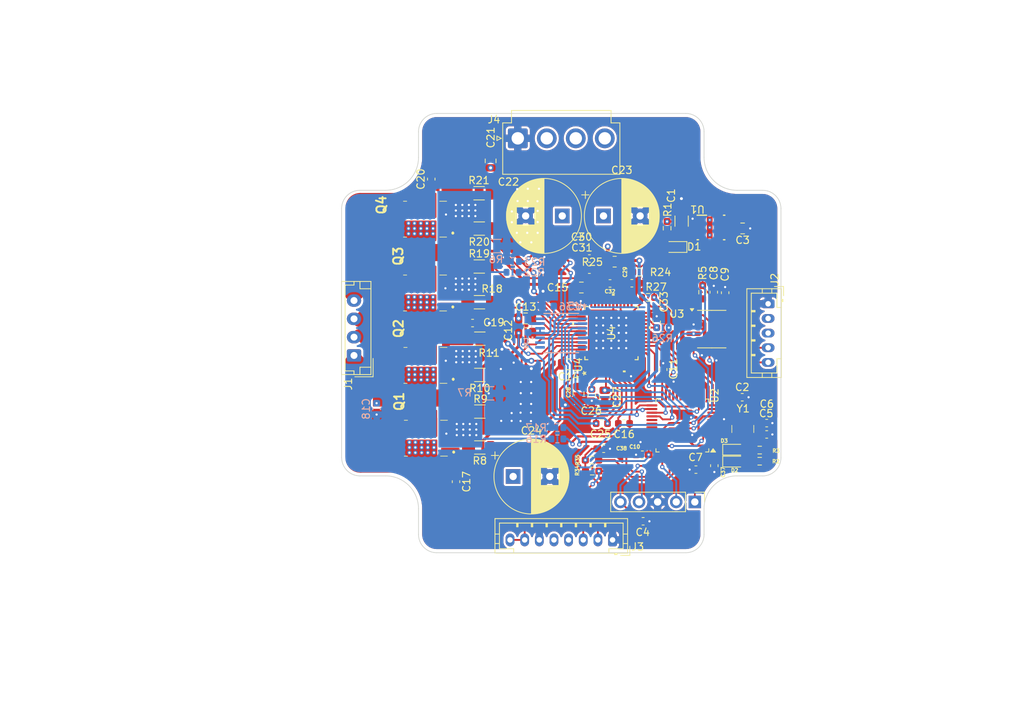
<source format=kicad_pcb>
(kicad_pcb (version 20240108) (generator "pcbnew") (generator_version "8.0")
  (layers (0 "F.Cu" signal) (1 "In1.Cu" power "In1_GND.Cu") (2 "In2.Cu" power "In2_VCC.Cu") (31 "B.Cu" signal) (34 "B.Paste" user) (35 "F.Paste" user) (36 "B.SilkS" user "B.Silkscreen") (37 "F.SilkS" user "F.Silkscreen") (38 "B.Mask" user) (39 "F.Mask" user) (44 "Edge.Cuts" user))
  (net 0 "")
  (net 1 "BMB2")
  (net 2 "CB2")
  (net 3 "BMA1")
  (net 4 "CA1")
  (net 7 "BMB1")
  (net 8 "CB1")
  (net 9 "BMA2")
  (net 10 "CA2")
  (net 11 "/STOP_L{slash}STEP")
  (net 12 "GND")
  (net 13 "+3V3")
  (net 14 "/NRST")
  (net 15 "Net-(U2-PF0)")
  (net 16 "Net-(U2-PF1)")
  (net 17 "Net-(D1-K)")
  (net 18 "Net-(D1-A)")
  (net 19 "SENSOR_INDICATOR")
  (net 20 "Net-(D2-A)")
  (net 21 "Net-(D3-A)")
  (net 22 "ON_INDICATOR")
  (net 23 "/SWDIO")
  (net 24 "/SWCLK")
  (net 25 "CAN_FAULT")
  (net 26 "/TXD")
  (net 33 "/IN2{slash}ENC_B")
  (net 34 "S_MODE")
  (net 41 "/Vlogic")
  (net 42 "/RXD")
  (net 44 "Net-(Q1-G2)")
  (net 47 "Net-(Q1-S2)")
  (net 48 "/CANL")
  (net 50 "/CANH")
  (net 51 "Net-(Q1-G1)")
  (net 52 "Net-(Q2-G1)")
  (net 53 "Net-(Q2-G2)")
  (net 54 "Net-(Q3-G1)")
  (net 55 "Net-(Q3-S2)")
  (net 56 "Net-(Q3-G2)")
  (net 57 "Net-(Q4-G2)")
  (net 58 "Net-(Q4-G1)")
  (net 59 "HB1")
  (net 60 "LB1")
  (net 61 "HB2")
  (net 62 "LB2")
  (net 63 "HA1")
  (net 64 "LA1")
  (net 65 "HA2")
  (net 66 "LA2")
  (net 67 "CSN")
  (net 68 "SCK")
  (net 69 "SPI_MOSI")
  (net 70 "DRV_ENN")
  (net 71 "SPI_MISO")
  (net 72 "DIAG1")
  (net 73 "DIAG0")
  (net 74 "VCC_IO")
  (net 75 "CPI")
  (net 76 "Net-(U4-VCC)")
  (net 77 "ENC_B_channel")
  (net 78 "VCP")
  (net 79 "Net-(U4-12VOUT)")
  (net 80 "ENC_N_channel_(pull_to_VCC_IO_if_not_used_for_encoder)")
  (net 81 "CPO")
  (net 82 "5VOUT")
  (net 83 "REFL")
  (net 84 "SRBL")
  (net 85 "SRAH")
  (net 86 "ENC_A_channel")
  (net 87 "SRAL")
  (net 88 "SRBH")
  (net 89 "REFR")
  (net 96 "VS")
  (net 98 "SPI2_NSS")
  (net 99 "SPI2_MISO")
  (net 100 "SPI2_MOSI")
  (net 102 "SPI2_SCK")
  (net 104 "12-36V")
  (net 105 "Out_1")
  (net 106 "Out_2")
  (net 107 "Net-(U2-PA1)")
  (net 108 "Net-(U2-PA0)")
  (footprint "Capacitor_SMD:C_0805_2012Metric" (layer "F.Cu") (at 102.743 93.7768 180)
    (property "Reference" "C15")
    (property "Value" "470nF")
  )
  (footprint "Capacitor_SMD:C_0603_1608Metric_Pad1.08x0.95mm_HandSolder" (layer "F.Cu") (at 120.8278 94.4118 90)
    (property "Reference" "C8")
    (property "Value" "0.1u")
  )
  (footprint "digikey-footprints:SMD-2_3.2x2.5mm" (layer "F.Cu") (at 124.7902 113.091 90)
    (property "Reference" "Y1")
    (property "Value" "Crystal_Small")
  )
  (footprint "Resistor_SMD:R_1206_3216Metric" (layer "F.Cu") (at 88.8746 105.7148 180)
    (property "Reference" "R10")
    (property "Value" "15")
  )
  (footprint "Resistor_SMD:R_0603_1608Metric_Pad0.98x0.95mm_HandSolder" (layer "F.Cu") (at 104.2181 118.8466 180)
    (property "Reference" "R34")
    (property "Value" "4k7")
  )
  (footprint "Capacitor_SMD:C_0603_1608Metric" (layer "F.Cu") (at 109.639 93.1922)
    (property "Reference" "C29")
    (property "Value" "470n")
  )
  (footprint "Capacitor_SMD:C_0603_1608Metric" (layer "F.Cu") (at 87.884 98.6282)
    (property "Reference" "C19")
    (property "Value" "1n, 100V")
  )
  (footprint "Capacitor_SMD:C_0603_1608Metric_Pad1.08x0.95mm_HandSolder" (layer "F.Cu") (at 120.904 118.11 -90)
    (property "Reference" "C37")
    (property "Value" "0.1u")
  )
  (footprint "Diode_SMD:D_0603_1608Metric_Pad1.05x0.95mm_HandSolder" (layer "F.Cu") (at 123.7094 117.5512)
    (property "Reference" "D2")
    (property "Value" "LED_AMBER")
  )
  (footprint "Capacitor_SMD:C_0603_1608Metric" (layer "F.Cu") (at 82.2452 78.9686 90)
    (property "Reference" "C20")
    (property "Value" "1n, 100V")
  )
  (footprint "Resistor_SMD:R_0603_1608Metric_Pad0.98x0.95mm_HandSolder" (layer "F.Cu") (at 104.1927 117.348 180)
    (property "Reference" "R35")
    (property "Value" "4k7")
  )
  (footprint "NTMFD5C446NLT1G:NVMFD5C446NLWFT1G" (layer "F.Cu") (at 81.8086 114.3556 90)
    (property "Reference" "Q1")
    (property "Value" "NVMFD5C650NLT1G" (hide yes))
  )
  (footprint "Capacitor_SMD:C_0603_1608Metric" (layer "F.Cu") (at 85.6234 120.2944 -90)
    (property "Reference" "C17")
    (property "Value" "1n, 100V")
  )
  (footprint "Capacitor_SMD:C_0603_1608Metric" (layer "F.Cu") (at 108.5596 112.3442)
    (property "Reference" "C16")
    (property "Value" "2n2")
  )
  (footprint "Capacitor_SMD:C_0603_1608Metric_Pad1.08x0.95mm_HandSolder" (layer "F.Cu") (at 105.791 115.7986)
    (property "Reference" "C38")
    (property "Value" "0.1u")
  )
  (footprint "Capacitor_SMD:C_0603_1608Metric_Pad1.08x0.95mm_HandSolder" (layer "F.Cu") (at 111.1747 125.7046)
    (property "Reference" "C4")
    (property "Value" "0.1u")
  )
  (footprint "Capacitor_SMD:C_0805_2012Metric" (layer "F.Cu") (at 95.123 97.9932 180)
    (property "Reference" "C13")
    (property "Value" "470nF")
  )
  (footprint "Capacitor_SMD:C_0805_2012Metric" (layer "F.Cu") (at 90.3478 76.4794 90)
    (property "Reference" "C21")
    (property "Value" "4u7")
  )
  (footprint "Diode_SMD:D_0603_1608Metric_Pad1.05x0.95mm_HandSolder" (layer "F.Cu") (at 123.7094 115.9256)
    (property "Reference" "D3")
    (property "Value" "LED_GREEN")
  )
  (footprint "Capacitor_SMD:C_1206_3216Metric" (layer "F.Cu") (at 116.4336 84.709 90)
    (property "Reference" "C1")
    (property "Value" "10uF")
  )
  (footprint "Connector_JST:JST_VH_B4P-VH_1x04_P3.96mm_Vertical" (layer "F.Cu") (at 94.06 73.4)
    (property "Reference" "J4")
    (property "Value" "Power")
  )
  (footprint "Capacitor_SMD:C_0603_1608Metric_Pad1.08x0.95mm_HandSolder" (layer "F.Cu") (at 111.0742 116.6114 180)
    (property "Reference" "C10")
    (property "Value" "0.1u")
  )
  (footprint "Capacitor_SMD:C_0603_1608Metric" (layer "F.Cu") (at 106.6546 93.218)
    (property "Reference" "C32")
    (property "Value" "22n, 100V")
  )
  (footprint "Connector_JST:JST_PH_B8B-PH-K_1x08_P2.00mm_Vertical" (layer "F.Cu") (at 107 128.248 180)
    (property "Reference" "J3")
    (property "Value" "I/O")
  )
  (footprint "Package_SO:SOIC-8_3.9x4.9mm_P1.27mm" (layer "F.Cu") (at 120.5484 99.4552)
    (property "Reference" "U3")
    (property "Value" "TCAN337")
  )
  (footprint "Connector_JST:JST_EH_B4B-EH-A_1x04_P2.50mm_Vertical" (layer "F.Cu") (at 71.6905 103.054 90)
    (property "Reference" "J1")
    (property "Value" "Motor")
  )
  (footprint "Capacitor_SMD:C_0603_1608Metric_Pad1.08x0.95mm_HandSolder" (layer "F.Cu") (at 113.919 104.9782 90)
    (property "Reference" "C11")
    (property "Value" "0.1u")
  )
  (footprint "Resistor_SMD:R_1206_3216Metric" (layer "F.Cu") (at 88.8746 110.7186 180)
    (property "Reference" "R9")
    (property "Value" "15")
  )
  (footprint "Package_QFP:LQFP-48_7x7mm_P0.5mm" (layer "F.Cu") (at 116.5352 112.6236 180)
    (property "Reference" "U2")
    (property "Value" "STM32F091CCTx")
  )
  (footprint "Resistor_SMD:R_1206_3216Metric" (layer "F.Cu") (at 88.8746 100.7618 180)
    (property "Reference" "R11")
    (property "Value" "15")
  )
  (footprint "NTMFD5C446NLT1G:NVMFD5C446NLWFT1G" (layer "F.Cu") (at 81.6908 94.5258 90)
    (property "Reference" "Q3")
    (property "Value" "NVMFD5C650NLT1G" (hide yes))
  )
  (footprint "Capacitor_SMD:C_0603_1608Metric" (layer "F.Cu") (at 103.8352 89.8144)
    (property "Reference" "C30")
    (property "Value" "470n")
  )
  (footprint "Resistor_SMD:R_1206_3216Metric" (layer "F.Cu") (at 88.7984 90.9066 180)
    (property "Reference" "R19")
    (property "Value" "15")
  )
  (footprint "NTMFD5C446NLT1G:NVMFD5C446NLWFT1G" (layer "F.Cu") (at 81.7416 104.4064 90)
    (property "Reference" "Q2")
    (property "Value" "NVMFD5C650NLT1G" (hide yes))
  )
  (footprint "Resistor_SMD:R_0603_1608Metric_Pad0.98x0.95mm_HandSolder" (layer "F.Cu") (at 114.4524 85.6742 90)
    (property "Reference" "R1")
    (property "Value" "2k")
  )
  (footprint "Resistor_SMD:R_0603_1608Metric_Pad0.98x0.95mm_HandSolder" (layer "F.Cu") (at 119.3038 94.4099 90)
    (property "Reference" "R5")
    (property "Value" "4k7")
  )
  (footprint "Capacitor_SMD:C_0603_1608Metric_Pad1.08x0.95mm_HandSolder" (layer "F.Cu") (at 118.3894 118.6434 180)
    (property "Reference" "C7")
    (property "Value" "0.1u")
  )
  (footprint "LMZM23600V3SILR:LMZM23600V3SILR" (layer "F.Cu") (at 120.445799 85.5788)
    (property "Reference" "U1")
    (property "Value" "LMZM23600V3SILR")
  )
  (footprint "Connector_JST:JST_PH_B5B-PH-K_1x05_P2.00mm_Vertical" (layer "F.Cu") (at 128.25 96 -90)
    (property "Reference" "J2")
    (property "Value" "CAN")
  )
  (footprint "Capacitor_SMD:C_0603_1608Metric" (layer "F.Cu") (at 122.3772 94.488 90)
    (property "Reference" "C9")
    (property "Value" "1u")
  )
  (footprint "Capacitor_SMD:C_0603_1608Metric_Pad1.08x0.95mm_HandSolder" (layer "F.Cu") (at 124.7151 108.7628)
    (property "Reference" "C2")
    (property "Value" "0.1u")
  )
  (footprint "Capacitor_SMD:C_0603_1608Metric" (layer "F.Cu") (at 103.8352 91.3384 180)
    (property "Reference" "C31")
    (property "Value" "100n, 16V")
  )
  (footprint "Capacitor_SMD:C_0805_2012Metric_Pad1.18x1.45mm_HandSolder" (layer "F.Cu") (at 124.7648 85.705803)
    (property "Reference" "C3")
    (property "Value" "33uF")
  )
  (footprint "Diode_SMD:D_0603_1608Metric_Pad1.05x0.95mm_HandSolder" (layer "F.Cu") (at 115.4938 88.2396 180)
    (property "Reference" "D1")
    (property "Value" "LED_RED")
  )
  (footprint "Capacitor_SMD:C_0805_2012Metric" (layer "F.Cu") (at 95.123 99.9998 180)
    (property "Reference" "C12")
    (property "Value" "470nF")
  )
  (footprint "Resistor_SMD:R_0603_1608Metric" (layer "F.Cu") (at 110.655 91.6682 180)
    (property "Reference" "R24")
    (property "Value" "2R2")
  )
  (footprint "NTMFD5C446NLT1G:NVMFD5C446NLWFT1G" (layer "F.Cu") (at 81.6908 84.442 90)
    (property "Reference" "Q4")
    (property "Value" "NVMFD5C650NLT1G" (hide yes))
  )
  (footprint "Resistor_SMD:R_1206_3216Metric" (layer "F.Cu") (at 88.8746 115.6208 180)
    (property "Reference" "R8")
    (property "Value" "15")
  )
  (footprint "Capacitor_THT:CP_Radial_D10.0mm_P5.00mm" (layer "F.Cu") (at 100.132277 83.9978 180)
    (property "Reference" "C22")
    (property "Value" "330u")
  )
  (footprint "Capacitor_SMD:C_0805_2012Metric" (layer "F.Cu") (at 100.9904 104.267 180)
    (property "Reference" "C14")
    (property "Value" "470nF")
  )
  (footprint "Capacitor_THT:CP_Radial_D10.0mm_P5.00mm" (layer "F.Cu") (at 93.425 119.5832)
    (property "Reference" "C24")
    (property "Value" "330u")
  )
  (footprint "Resistor_SMD:R_0603_1608Metric" (layer "F.Cu") (at 111.8616 95.123 180)
    (property "Reference" "R27")
    (property "Value" "4k7")
  )
  (footprint "Connector_PinHeader_2.54mm:PinHeader_1x05_P2.54mm_Vertical" (layer "F.Cu") (at 118.237 123.063 -90)
    (property "Reference" "J7" (hide yes))
    (property "Value" "Conn_01x05")
  )
  (footprint "Capacitor_SMD:C_0603_1608Metric" (layer "F.Cu") (at 104.1654 108.4732 -90)
    (property "Reference" "C26")
    (property "Value" "100n")
  )
  (footprint "Capacitor_SMD:C_0603_1608Metric" (layer "F.Cu") (at 113.03 98.4758 90)
    (property "Reference" "C33")
    (property "Value" "470n")
  )
  (footprint "Capacitor_SMD:C_0805_2012Metric" (layer "F.Cu") (at 105.9434 108.7628 -90)
    (property "Reference" "C27")
    (property "Value" "10u")
  )
  (footprint "Resistor_SMD:R_1206_3216Metric" (layer "F.Cu") (at 88.8238 95.7834 180)
    (property "Reference" "R18")
    (property "Value" "15")
  )
  (footprint "Resistor_SMD:R_0805_2012Metric" (layer "F.Cu") (at 107.2896 90.2462)
    (property "Reference" "R25")
    (property "Value" "1R")
  )
  (footprint "Resistor_SMD:R_1206_3216Metric" (layer "F.Cu") (at 88.773 80.899 180)
    (property "Reference" "R21")
    (property "Value" "15")
  )
  (footprint "Resistor_SMD:R_0603_1608Metric_Pad0.98x0.95mm_HandSolder" (layer "F.Cu") (at 127.0971 117.5004)
    (property "Reference" "R2")
    (property "Value" "270")
  )
  (footprint "Capacitor_THT:CP_Radial_D10.0mm_P5.00mm" (layer "F.Cu") (at 105.7656 83.9978)
    (property "Reference" "C23")
    (property "Value" "330u")
  )
  (footprint "Capacitor_SMD:C_0603_1608Metric" (layer "F.Cu") (at 128.0544 112.2934)
    (property "Reference" "C6")
    (property "Value" "4.3p")
  )
  (footprint "Capacitor_SMD:C_0603_1608Metric" (layer "F.Cu") (at 128.0544 113.8428)
    (property "Reference" "C5")
    (property "Value" "4.3p")
  )
  (footprint "Resistor_SMD:R_0603_1608Metric_Pad0.98x0.95mm_HandSolder" (layer "F.Cu") (at 127.0971 115.9764 180)
    (property "Reference" "R3")
    (property "Value" "270")
  )
  (footprint "Resistor_SMD:R_1206_3216Metric" (layer "F.Cu") (at 88.7984 85.725 180)
    (property "Reference" "R20")
    (property "Value" "15")
  )
  (footprint "TMC5160A_TA_T:TMC5160A_TA_T" (layer "F.Cu") (at 106.8505 99.998791 90)
    (property "Reference" "U4")
    (property "Value" "TMC5160A-TA-T")
  )
  (footprint "Capacitor_SMD:C_0603_1608Metric" (layer "F.Cu") (at 105.537 112.3442 180)
    (property "Reference" "C25")
    (property "Value" "2n2")
  )
  (footprint "Capacitor_SMD:C_0805_2012Metric" (layer "F.Cu") (at 102.362 108.2446 -90)
    (property "Reference" "C28")
    (property "Value" "10u")
  )
  (footprint "Resistor_SMD:R_0603_1608Metric" (layer "B.Cu") (at 93.345 91.694)
    (property "Reference" "R22")
    (property "Value" "47")
  )
  (footprint "AS5047P_ATSM:AS5047P_ATSM" (layer "B.Cu") (at 99.9998 99.998791 180)
    (property "Reference" "U5")
    (property "Value" "AS5047P-ATSM")
  )
  (footprint "Resistor_SMD:R_1206_3216Metric" (layer "B.Cu") (at 90.0938 108.2294)
    (property "Reference" "R7")
    (property "Value" "0.075")
  )
  (footprint "Resistor_SMD:R_0603_1608Metric" (layer "B.Cu") (at 99.4664 114.4524)
    (property "Reference" "R16")
    (property "Value" "47")
  )
  (footprint "Capacitor_SMD:C_0603_1608Metric" (layer "B.Cu") (at 98.1964 96.3168)
    (property "Reference" "C36")
    (property "Value" "100n")
  )
  (footprint "Resistor_SMD:R_0603_1608Metric" (layer "B.Cu") (at 93.3958 90.2208)
    (property "Reference" "R23")
    (property "Value" "47")
  )
  (footprint "Capacitor_SMD:C_0603_1608Metric" (layer "B.Cu") (at 95.4532 99.1362 -90)
    (property "Reference" "C39")
    (property "Value" "1u")
  )
  (footprint "Capacitor_SMD:C_0603_1608Metric" (layer "B.Cu") (at 74.7776 110.35 -90)
    (property "Reference" "C18")
    (property "Value" "1n, 100V")
  )
  (footprint "Resistor_SMD:R_0603_1608Metric" (layer "B.Cu") (at 113.8428 99.2632 180)
    (property "Reference" "R26")
    (property "Value" "2R2")
  )
  (footprint "Resistor_SMD:R_1206_3216Metric" (layer "B.Cu") (at 91.0844 88.1126)
    (property "Reference" "R6")
    (property "Value" "0.075")
  )
  (footprint "Resistor_SMD:R_0603_1608Metric" (layer "B.Cu") (at 99.4664 112.903)
    (property "Reference" "R17")
    (property "Value" "47")
  )
  (gr_rect (start 83.6168 103.2764) (end 87.0204 104.267) (stroke (width 0.2)) (fill solid) (layer "F.Cu") (net 47))
  (gr_rect (start 77.99945 84.7496) (end 82.83815 87.3404) (stroke (width 0.2)) (fill solid) (layer "F.Cu") (net 104))
  (gr_rect (start 86.445725 94.7928) (end 88.0237 96.7994) (stroke (width 0.2)) (fill solid) (layer "F.Cu") (net 54))
  (gr_rect (start 76.0222 110.5916) (end 82.95245 114.0612) (stroke (width 0.2)) (fill solid) (layer "F.Cu") (net 7))
  (gr_rect (start 70.6374 112.268) (end 77.31365 115.4328) (stroke (width 0.2)) (fill solid) (layer "F.Cu") (net 7))
  (gr_rect (start 77.9931 94.8207) (end 82.8318 97.4115) (stroke (width 0.2)) (fill solid) (layer "F.Cu") (net 104))
  (gr_rect (start 74.3204 87.937975) (end 85.9536 90.071575) (stroke (width 0.2)) (fill solid) (layer "F.Cu") (net 9))
  (gr_rect (start 83.566 83.312) (end 86.9696 84.3026) (stroke (width 0.2)) (fill solid) (layer "F.Cu") (net 55))
  (gr_rect (start 75.946 116.633625) (end 77.0128 118.316375) (stroke (width 0.2)) (fill solid) (layer "F.Cu") (net 7))
  (gr_rect (start 83.5152 85.874225) (end 85.9536 90.071575) (stroke (width 0.2)) (fill solid) (layer "F.Cu") (net 9))
  (gr_poly (pts (xy 73.7108 104.2797) (xy 72.2376 102.7176) (xy 71.2216 104.7242)) (stroke (width 0.2)) (fill solid) (layer "F.Cu") (net 7))
  (gr_rect (start 75.3872 103.6701) (end 77.4192 108.0135) (stroke (width 0.2)) (fill solid) (layer "F.Cu") (net 1))
  (gr_rect (start 83.82 100.50145) (end 84.6709 102.78745) (stroke (width 0.2)) (fill solid) (layer "F.Cu") (net 53))
  (gr_rect (start 86.496525 104.7242) (end 88.0745 106.7308) (stroke (width 0.2)) (fill solid) (layer "F.Cu") (net 52))
  (gr_rect (start 76.5556 97.9424) (end 85.8774 99.7712) (stroke (width 0.2)) (fill solid) (layer "F.Cu") (net 3))
  (gr_rect (start 85.1916 102.1715) (end 88.7222 104.267) (stroke (width 0.2)) (fill solid) (layer "F.Cu") (net 47))
  (gr_rect (start 78.486 117.72265) (end 79.5528 119.4054) (stroke (width 0.2)) (fill solid) (layer "F.Cu") (net 7))
  (gr_rect (start 85.1408 82.2071) (end 90.297 84.3026) (stroke (width 0.2)) (fill solid) (layer "F.Cu") (net 55))
  (gr_rect (start 75.3364 83.947) (end 77.2668 88.2904) (stroke (width 0.2)) (fill solid) (layer "F.Cu") (net 9))
  (gr_poly (pts (xy 76.86915 90.8964) (xy 75.8698 91.7702) (xy 76.7588 92.1512)) (stroke (width 0.2)) (fill solid) (layer "F.Cu") (net 3))
  (gr_poly (pts (xy 70.6374 115.3922) (xy 76.1746 118.4656) (xy 75.311 114.7572)) (stroke (width 0.2)) (fill solid) (layer "F.Cu") (net 7))
  (gr_rect (start 86.547325 114.6556) (end 88.1253 116.6622) (stroke (width 0.2)) (fill solid) (layer "F.Cu") (net 51))
  (gr_rect (start 83.693 115.76685) (end 86.0044 119.8626) (stroke (width 0.2)) (fill solid) (layer "F.Cu") (net 7))
  (gr_rect (start 72.0344 82.1182) (end 76.9366 90.0176) (stroke (width 0.2)) (fill solid) (layer "F.Cu") (net 9))
  (gr_rect (start 86.433025 84.709) (end 88.011 86.7156) (stroke (width 0.2)) (fill solid) (layer "F.Cu") (net 58))
  (gr_rect (start 83.8708 85.0138) (end 88.011 85.3694) (stroke (width 0.2)) (fill solid) (layer "F.Cu") (net 58))
  (gr_rect (start 70.6374 111.29645) (end 72.3392 117.0686) (stroke (width 0.2)) (fill solid) (layer "F.Cu") (net 7))
  (gr_rect (start 72.529692 113.874542) (end 77.431892 118.960892) (stroke (width 0.2)) (fill solid) (layer "F.Cu") (net 7))
  (gr_rect (start 78.1201 114.6581) (end 82.9588 117.2235) (stroke (width 0.2)) (fill solid) (layer "F.Cu") (net 104))
  (gr_rect (start 71.9201 111.24565) (end 73.6219 115.3414) (stroke (width 0.2)) (fill solid) (layer "F.Cu") (net 7))
  (gr_rect (start 83.75015 90.6526) (end 87.81415 91.70035) (stroke (width 0.2)) (fill solid) (layer "F.Cu") (net 56))
  (gr_rect (start 70.6374 82.8548) (end 72.36065 88.4682) (stroke (width 0.2)) (fill solid) (layer "F.Cu") (net 9))
  (gr_rect (start 75.3388 100.6754) (end 82.8953 104.1298) (stroke (width 0.2)) (fill solid) (layer "F.Cu") (net 1))
  (gr_rect (start 85.2678 112.1283) (end 88.8238 114.2238) (stroke (width 0.2)) (fill solid) (layer "F.Cu") (net 47))
  (gr_rect (start 72.529692 80.962508) (end 82.83815 84.14) (stroke (width 0.2)) (fill solid) (layer "F.Cu") (net 9))
  (gr_rect (start 79.5528 117.72265) (end 86.0044 119.8626) (stroke (width 0.2)) (fill solid) (layer "F.Cu") (net 7))
  (gr_poly (pts (xy 79.5528 119.8626) (xy 76.1746 118.4656) (xy 78.8797 118.71325)) (stroke (width 0.2)) (fill solid) (layer "F.Cu") (net 7))
  (gr_rect (start 83.566 93.37675) (end 86.9696 94.36735) (stroke (width 0.2)) (fill solid) (layer "F.Cu") (net 55))
  (gr_circle (center 72.529692 117.0686) (end 72.748499 115.189) (stroke (width 0.2)) (fill solid) (layer "F.Cu") (net 7))
  (gr_rect (start 74.3712 103.251) (end 76.49845 107.7976) (stroke (width 0.2)) (fill solid) (layer "F.Cu") (net 1))
  (gr_rect (start 78.0439 104.7013) (end 82.8826 107.2921) (stroke (width 0.2)) (fill solid) (layer "F.Cu") (net 104))
  (gr_rect (start 83.82 100.50145) (end 87.884 101.5492) (stroke (width 0.2)) (fill solid) (layer "F.Cu") (net 53))
  (gr_poly (pts (xy 76.5556 99.7712) (xy 75.4888 99.0092) (xy 76.7334 98.8822)) (stroke (width 0.2)) (fill solid) (layer "F.Cu") (net 3))
  (gr_rect (start 74.3712 107.7976) (end 85.9282 109.93755) (stroke (width 0.2)) (fill solid) (layer "F.Cu") (net 1))
  (gr_rect (start 75.3618 93.9546) (end 77.2922 98.298) (stroke (width 0.2)) (fill solid) (layer "F.Cu") (net 3))
  (gr_rect (start 83.75015 90.6526) (end 84.60105 92.9386) (stroke (width 0.2)) (fill solid) (layer "F.Cu") (net 56))
  (gr_rect (start 83.8327 104.9274) (end 88.0745 105.3338) (stroke (width 0.2)) (fill solid) (layer "F.Cu") (net 52))
  (gr_circle (center 72.529692 82.8548) (end 72.748499 80.9752) (stroke (width 0.2)) (fill solid) (layer "F.Cu") (net 9))
  (gr_rect (start 76.6572 117.72265) (end 78.8797 118.618) (stroke (width 0.2)) (fill solid) (layer "F.Cu") (net 7))
  (gr_rect (start 83.693 113.2332) (end 87.0966 114.2238) (stroke (width 0.2)) (fill solid) (layer "F.Cu") (net 47))
  (gr_rect (start 71.6788 104.2797) (end 73.7108 112.3061) (stroke (width 0.2)) (fill solid) (layer "F.Cu") (net 7))
  (gr_rect (start 85.1408 92.27185) (end 88.7222 94.36735) (stroke (width 0.2)) (fill solid) (layer "F.Cu") (net 55))
  (gr_rect (start 83.7692 80.3148) (end 87.7824 81.69275) (stroke (width 0.2)) (fill solid) (layer "F.Cu") (net 57))
  (gr_poly (pts (xy 76.5429 109.93755) (xy 75.2348 109.2454) (xy 77.343 108.9406)) (stroke (width 0.2)) (fill solid) (layer "F.Cu") (net 1))
  (gr_rect (start 83.6168 105.8418) (end 85.9282 109.93755) (stroke (width 0.2)) (fill solid) (layer "F.Cu") (net 1))
  (gr_rect (start 76.86915 90.8964) (end 82.85085 94.2492) (stroke (width 0.2)) (fill solid) (layer "F.Cu") (net 3))
  (gr_rect (start 83.566 95.95485) (end 85.8774 99.7712) (stroke (width 0.2)) (fill solid) (layer "F.Cu") (net 3))
  (gr_poly (pts (xy 76.2762 90.0176) (xy 73.1012 93.1672) (xy 72.8726 89.662)) (stroke (width 0.2)) (fill solid) (layer "F.Cu") (net 9))
  (gr_rect (start 83.8708 110.43285) (end 84.7217 112.71885) (stroke (width 0.2)) (fill solid) (layer "F.Cu") (net 44))
  (gr_rect (start 83.8708 110.43285) (end 87.9348 111.4806) (stroke (width 0.2)) (fill solid) (layer "F.Cu") (net 44))
  (gr_rect (start 83.7692 80.3148) (end 84.6201 82.8294) (stroke (width 0.2)) (fill solid) (layer "F.Cu") (net 57))
  (gr_rect (start 83.7819 95.0468) (end 88.0237 95.4532) (stroke (width 0.2)) (fill solid) (layer "F.Cu") (net 54))
  (gr_rect (start 83.9343 114.8588) (end 88.1253 115.2652) (stroke (width 0.2)) (fill solid) (layer "F.Cu") (net 51))
  (gr_rect (start 72.529692 80.962508) (end 82.83815 84.14) (stroke (width 0.2)) (fill solid) (layer "F.Cu") (net 9))
  (gr_rect (start 85.1408 80.6958) (end 90.30335 95.4532) (stroke (width 0.2)) (fill solid) (layer "B.Cu") (net 55))
  (gr_rect (start 86.2457 91.6432) (end 92.5576 91.694) (stroke (width 0.2)) (fill solid) (layer "B.Cu") (net 55))
  (gr_rect (start 83.185 80.6958) (end 85.1408 95.4532) (stroke (width 0.2)) (fill solid) (layer "B.Cu") (net 55))
  (gr_rect (start 83.321525 101.854) (end 85.277325 115.5192) (stroke (width 0.2)) (fill solid) (layer "B.Cu") (net 47))
  (gr_rect (start 89.4334 114.3762) (end 98.77425 114.4778) (stroke (width 0.2)) (fill solid) (layer "B.Cu") (net 47))
  (gr_rect (start 85.277325 101.854) (end 89.119075 115.5192) (stroke (width 0.2)) (fill solid) (layer "B.Cu") (net 47))
  (gr_line (start 80.5 124.0078) (end 80.5 127.498791) (stroke (width 0.1)) (layer "Edge.Cuts"))
  (gr_line (start 72.5 119.498791) (end 76 119.498791) (stroke (width 0.1)) (layer "Edge.Cuts"))
  (gr_line (start 80.5 72.4988) (end 80.5 75.9988) (stroke (width 0.1)) (layer "Edge.Cuts"))
  (gr_line (start 106.59 69.998791) (end 93.41 69.998791) (stroke (width 0.1)) (layer "Edge.Cuts"))
  (gr_line (start 75.991515 80.498791) (end 72.5 80.498791) (stroke (width 0.1)) (layer "Edge.Cuts"))
  (gr_line (start 70 82.9988) (end 70 116.998791) (stroke (width 0.1)) (layer "Edge.Cuts"))
  (gr_arc (start 124 80.498791) (mid 120.818023 79.180771) (end 119.5 75.998791) (stroke (width 0.1)) (layer "Edge.Cuts"))
  (gr_line (start 93.41 69.998791) (end 83 69.998791) (stroke (width 0.1)) (layer "Edge.Cuts"))
  (gr_line (start 124 119.498791) (end 127.506324 119.498791) (stroke (width 0.1)) (layer "Edge.Cuts"))
  (gr_line (start 130 116.9988) (end 130 82.991729) (stroke (width 0.1)) (layer "Edge.Cuts"))
  (gr_arc (start 119.5 123.9988) (mid 120.818023 120.816816) (end 124 119.498791) (stroke (width 0.1)) (layer "Edge.Cuts"))
  (gr_line (start 83 129.998791) (end 117.006324 129.998791) (stroke (width 0.1)) (layer "Edge.Cuts"))
  (gr_arc (start 72.5 119.498791) (mid 70.735151 118.765479) (end 70.006254 116.998801) (stroke (width 0.1)) (layer "Edge.Cuts"))
  (gr_arc (start 83 129.998791) (mid 81.232236 129.266557) (end 80.5 127.498791) (stroke (width 0.1)) (layer "Edge.Cuts"))
  (gr_arc (start 119.5 127.4988) (mid 118.76777 129.266564) (end 117.006324 129.998791) (stroke (width 0.1)) (layer "Edge.Cuts"))
  (gr_arc (start 76 119.498791) (mid 79.181984 120.81681) (end 80.5 124.0078) (stroke (width 0.1)) (layer "Edge.Cuts"))
  (gr_line (start 119.5 75.998791) (end 119.5 72.491729) (stroke (width 0.1)) (layer "Edge.Cuts"))
  (gr_line (start 117 69.998791) (end 106.59 69.998791) (stroke (width 0.1)) (layer "Edge.Cuts"))
  (gr_arc (start 80.5 72.4988) (mid 81.232236 70.73103) (end 83 69.9988) (stroke (width 0.1)) (layer "Edge.Cuts"))
  (gr_arc (start 80.5 75.9988) (mid 79.181984 79.180777) (end 75.991515 80.498791) (stroke (width 0.1)) (layer "Edge.Cuts"))
  (gr_line (start 119.5 127.4988) (end 119.5 123.9988) (stroke (width 0.1)) (layer "Edge.Cuts"))
  (gr_arc (start 117 69.998791) (mid 118.76777 70.731024) (end 119.5 72.491729) (stroke (width 0.1)) (layer "Edge.Cuts"))
  (gr_line (start 127.5 80.498791) (end 124 80.498791) (stroke (width 0.1)) (layer "Edge.Cuts"))
  (gr_arc (start 130.001676 117.007009) (mid 129.271677 118.772539) (end 127.508 119.507) (stroke (width 0.1)) (layer "Edge.Cuts"))
  (gr_arc (start 70 82.9988) (mid 70.732236 81.23103) (end 72.5 80.4988) (stroke (width 0.1)) (layer "Edge.Cuts"))
  (gr_arc (start 127.5 80.498791) (mid 129.26777 81.231024) (end 130 82.991729) (stroke (width 0.1)) (layer "Edge.Cuts"))
  (segment (start 91.948 104.013) (end 94.173 101.788) (width 0.4) (layer "F.Cu") (net 1))
  (segment (start 78.4246 102.5014) (end 77.1521 102.5014) (width 1) (layer "F.Cu") (net 1))
  (segment (start 88.5952 107.315) (end 89.154 106.7562) (width 0.4) (layer "F.Cu") (net 1))
  (segment (start 75.390375 108.867575) (end 81.23555 108.867575) (width 1) (layer "F.Cu") (net 1))
  (segment (start 75.59 102.0371) (end 74.68585 101.13295) (width 1) (layer "F.Cu") (net 1))
  (segment (start 73.90415 101.13295) (end 74.9808 102.2096) (width 1) (layer "F.Cu") (net 1))
  (segment (start 75.59 107.4925) (end 75.59 102.0371) (width 1) (layer "F.Cu") (net 1))
  (segment (start 89.154 104.775) (end 89.916 104.013) (width 0.4) (layer "F.Cu") (net 1))
  (segment (start 98.928609 101.248791) (end 97.6376 102.5398) (width 0.25) (layer "F.Cu") (net 1))
  (segment (start 78.4246 102.5014) (end 78.4246 103.2916) (width 1) (layer "F.Cu") (net 1))
  (segment (start 77.2819 109.1844) (end 75.59 107.4925) (width 1) (layer "F.Cu") (net 1))
  (segment (start 74.7927 107.4826) (end 74.7927 106.934) (width 1) (layer "F.Cu") (net 1))
  (segment (start 73.11665 101.13295) (end 73.5584 101.13295) (width 1) (layer "F.Cu") (net 1))
  (segment (start 88.020525 107.889675) (end 88.5952 107.315) (width 0.4) (layer "F.Cu") (net 1))
  (segment (start 74.7927 103.5812) (end 74.7927 102.809) (width 1) (layer "F.Cu") (net 1))
  (segment (start 85.0289 108.143) (end 85.0289 108.9255) (width 1) (layer "F.Cu") (net 1))
  (segment (start 72.5377 100.554) (end 73.65995 101.67625) (width 1) (layer "F.Cu") (net 1))
  (segment (start 74.7927 106.934) (end 74.7927 108.2699) (width 1) (layer "F.Cu") (net 1))
  (segment (start 94.173 101.788) (end 94.173 99.9998) (width 0.4) (layer "F.Cu") (net 1))
  (segment (start 73.65995 102.51435) (end 73.65995 101.67625) (width 1) (layer "F.Cu") (net 1))
  (segment (start 76.4945 109.1844) (end 75.51415 108.20405) (width 1) (layer "F.Cu") (net 1))
  (segment (start 74.7927 106.934) (end 74.7927 103.5812) (width 1) (layer "F.Cu") (net 1))
  (segment (start 74.7927 102.809) (end 75.8151 103.8314) (width 1) (layer "F.Cu") (net 1))
  (segment (start 83.5557 108.3716) (end 84.2336 107.6937) (width 1) (layer "F.Cu") (net 1))
  (segment (start 76.35235 101.70165) (end 75.6055 100.9548) (width 1) (layer "F.Cu") (net 1))
  (segment (start 78.7805 108.3716) (end 77.6375 108.3716) (width 1) (layer "F.Cu") (net 1))
  (segment (start 75.2047 100.554) (end 74.1069 100.554) (width 1) (layer "F.Cu") (net 1))
  (segment (start 77.1521 102.5014) (end 76.35235 101.70165) (width 1) (layer "F.Cu") (net 1))
  (segment (start 84.7725 107.889675) (end 88.020525 107.889675) (width 0.4) (layer "F.Cu") (net 1))
  (segment (start 76.35235 101.70165) (end 79.3178 101.70165) (width 1) (layer "F.Cu") (net 1))
  (segment (start 72.5377 100.554) (end 73.11665 101.13295) (width 1) (layer "F.Cu") (net 1))
  (segment (start 75.2047 100.554) (end 74.6505 99.9998) (width 1) (layer "F.Cu") (net 1))
  (segment (start 74.7268 103.5812) (end 73.65995 102.51435) (width 1) (layer "F.Cu") (net 1))
  (segment (start 73.65995 101.67625) (end 74.7927 102.809) (width 1) (layer "F.Cu") (net 1))
  (segment (start 97.6376 102.5398) (end 97.3582 102.8192) (width 0.25) (layer "F.Cu") (net 1))
  (segment (start 73.5584 101.13295) (end 74.68585 101.13295) (width 1) (layer "F.Cu") (net 1))
  (segment (start 79.3178 101.70165) (end 80.45055 102.8344) (width 1) (layer "F.Cu") (net 1))
  (segment (start 75.6055 101.5644) (end 75.6055 100.9548) (width 1) (layer "F.Cu") (net 1))
  (segment (start 84.6705 106.3114) (end 85.0289 106.6698) (width 1) (layer "F.Cu") (net 1))
  (segment (start 74.1069 100.554) (end 73.6751 100.554) (width 1) (layer "F.Cu") (net 1))
  (segment (start 78.4246 103.2916) (end 76.8445 103.2916) (width 1) (layer "F.Cu") (net 1))
  (segment (start 75.8151 103.8314) (end 76.5199 103.8314) (width 1) (layer "F.Cu") (net 1))
  (segment (start 89.154 106.7562) (end 89.154 104.775) (width 0.4) (layer "F.Cu") (net 1))
  (segment (start 102.6722 101.248791) (end 99.1108 101.248791) (width 0.25) (layer "F.Cu") (net 1))
  (segment (start 83.9875 109.1844) (end 77.2819 109.1844) (width 1) (layer "F.Cu") (net 1))
  (segment (start 77.6375 108.3716) (end 83.5557 108.3716) (width 1) (layer "F.Cu") (net 1))
  (segment (start 73.6751 100.554) (end 71.6905 100.554) (width 1) (layer "F.Cu") (net 1))
  (segment (start 97.3582 102.8192) (end 95.504 102.8192) (width 0.25) (layer "F.Cu") (net 1))
  (segment (start 78.4246 102.5014) (end 76.5425 102.5014) (width 1) (layer "F.Cu") (net 1))
  (segment (start 78.8059 108.397) (end 78.7805 108.3716) (width 1) (layer "F.Cu") (net 1))
  (segment (start 74.7927 108.2699) (end 75.390375 108.867575) (width 1) (layer "F.Cu") (net 1))
  (segment (start 72.2447 99.9998) (end 71.6905 100.554) (width 1) (layer "F.Cu") (net 1))
  (segment (start 85.0289 106.6698) (end 85.0289 108.143) (width 1) (layer "F.Cu") (net 1))
  (segment (start 83.5303 108.397) (end 78.8059 108.397) (width 1) (layer "F.Cu") (net 1))
  (segment (start 75.6055 100.9548) (end 75.2047 100.554) (width 1) (layer "F.Cu") (net 1))
  (segment (start 85.0289 108.143) (end 83.9875 109.1844) (width 1) (layer "F.Cu") (net 1))
  (segment (start 76.5425 102.5014) (end 75.6055 101.5644) (width 1) (layer "F.Cu") (net 1))
  (segment (start 74.6505 99.9998) (end 72.2447 99.9998) (width 1) (layer "F.Cu") (net 1))
  (segment (start 75.51415 108.20405) (end 74.7927 107.4826) (width 1) (layer "F.Cu") (net 1))
  (segment (start 88.5952 107.315) (end 88.8746 107.0356) (width 0.4) (layer "F.Cu") (net 1))
  (segment (start 84.2336 106.3114) (end 84.2336 107.6937) (width 1) (layer "F.Cu") (net 1))
  (segment (start 74.7927 103.5812) (end 74.7268 103.5812) (width 1) (layer "F.Cu") (net 1))
  (segment (start 71.6905 100.554) (end 72.5377 100.554) (width 1) (layer "F.Cu") (net 1))
  (segment (start 74.68585 101.13295) (end 74.1069 100.554) (width 1) (layer "F.Cu") (net 1))
  (segment (start 84.2336 107.6937) (end 83.5303 108.397) (width 1) (layer "F.Cu") (net 1))
  (segment (start 77.2819 109.1844) (end 76.4945 109.1844) (width 1) (layer "F.Cu") (net 1))
  (segment (start 84.2336 106.3114) (end 84.6705 106.3114) (width 1) (layer "F.Cu") (net 1))
  (segment (start 76.5199 107.254) (end 76.5199 103.8314) (width 1) (layer "F.Cu") (net 1))
  (segment (start 73.5584 101.13295) (end 73.90415 101.13295) (width 1) (layer "F.Cu") (net 1))
  (segment (start 76.8445 103.2916) (end 75.59 102.0371) (width 1) (layer "F.Cu") (net 1))
  (segment (start 89.916 104.013) (end 91.948 104.013) (width 0.4) (layer "F.Cu") (net 1))
  (segment (start 99.1108 101.248791) (end 98.928609 101.248791) (width 0.25) (layer "F.Cu") (net 1))
  (via (at 95.504 102.8192) (size 0.6) (drill 0.3) (layers "F.Cu" "B.Cu") (net 1))
  (via (at 94.173 99.9998) (size 0.6) (drill 0.3) (layers "F.Cu" "B.Cu") (net 1))
  (via (at 74.7776 109.575) (size 0.6) (drill 0.3) (layers "F.Cu" "B.Cu") (net 1))
  (segment (start 94.173 101.7676) (end 94.173 99.9998) (width 0.25) (layer "B.Cu") (net 1))
  (segment (start 95.2246 102.8192) (end 94.173 101.7676) (width 0.25) (layer "B.Cu") (net 1))
  (segment (start 95.504 102.8192) (end 95.2246 102.8192) (width 0.25) (layer "B.Cu") (net 1))
  (segment (start 96.321991 100.248791) (end 96.073 99.9998) (width 0.25) (layer "F.Cu") (net 2))
  (segment (start 102.6722 100.248791) (end 96.321991 100.248791) (width 0.25) (layer "F.Cu") (net 2))
  (segment (start 83.7184 99.3648) (end 76.8096 99.3648) (width 1) (layer "F.Cu") (net 3))
  (segment (start 77.2819 92.0902) (end 79.5298 92.0902) (width 1) (layer "F.Cu") (net 3))
  (segment (start 76.15165 94.28725) (end 76.15165 94.869) (width 1) (layer "F.Cu") (net 3))
  (segment (start 87.109 98.6282) (end 85.486875 98.6282) (width 0.4) (layer "F.Cu") (net 3))
  (segment (start 94.0968 98.0694) (end 94.173 97.9932) (width 0.5) (layer "F.Cu") (net 3))
  (segment (start 76.15165 97.48775) (end 76.19995 97.53605) (width 1) (layer "F.Cu") (net 3))
  (segment (start 74.2593 95.951) (end 72.1563 98.054) (width 1) (layer "F.Cu") (net 3))
  (segment (start 77.4851 92.6208) (end 77.0279 92.6208) (width 1) (layer "F.Cu") (net 3))
  (segment (start 102.6722 98.748791) (end 99.307591 98.748791) (width 0.25) (layer "F.Cu") (net 3))
  (segment (start 74.7292 93.4745) (end 74.2593 93.9444) (width 1) (layer "F.Cu") (net 3))
  (segment (start 75.5829 92.6208) (end 74.7292 93.4745) (width 1) (layer "F.Cu") (net 3))
  (segment (start 72.1563 98.054) (end 71.6905 98.054) (width 1) (layer "F.Cu") (net 3))
  (segment (start 76.9975 98.618) (end 77.1397 98.4758) (width 1) (layer "F.Cu") (net 3))
  (segment (start 74.3915 98.054) (end 73.2687 98.054) (width 1) (layer "F.Cu") (net 3))
  (segment (start 75.5547 96.8908) (end 73.8275 98.618) (width 1) (layer "F.Cu") (net 3))
  (segment (start 76.19995 97.53605) (end 75.5547 96.8908) (width 1) (layer "F.Cu") (net 3))
  (segment (start 76.15165 94.869) (end 76.2367 94.869) (width 1) (layer "F.Cu") (net 3))
  (segment (start 73.2739 98.054) (end 73.2687 98.054) (width 1) (layer "F.Cu") (net 3))
  (segment (start 77.0279 92.6208) (end 75.5829 92.6208) (width 1) (layer "F.Cu") (net 3))
  (segment (start 76.2367 94.869) (end 76.67555 94.43015) (width 1) (layer "F.Cu") (net 3))
  (segment (start 87.4014 97.5868) (end 93.7666 97.5868) (width 0.4) (layer "F.Cu") (net 3))
  (segment (start 96.2914 95.7326) (end 94.1832 95.7326) (width 0.25) (layer "F.Cu") (net 3))
  (segment (start 81.2165 98.8568) (end 82.0039 98.0694) (width 0.5) (layer "F.Cu") (net 3))
  (segment (start 77.4954 98.4758) (end 77.1397 98.4758) (width 1) (layer "F.Cu") (net 3))
  (segment (start 77.8153 92.951) (end 77.4851 92.6208) (width 1) (layer "F.Cu") (net 3))
  (segment (start 85.207475 98.3488) (end 84.7217 97.863025) (width 0.25) (layer "F.Cu") (net 3))
  (segment (start 93.7666 97.5868) (end 94.173 97.9932) (width 0.4) (layer "F.Cu") (net 3))
  (segment (start 75.5547 94.8842) (end 75.5547 96.8908) (width 1) (layer "F.Cu") (net 3))
  (segment (start 76.4881 93.9508) (end 76.15165 94.28725) (width 1) (layer "F.Cu") (net 3))
  (segment (start 76.4881 93.9508) (end 75.5547 94.8842) (width 1) (layer "F.Cu") (net 3))
  (segment (start 75.9865 93.2586) (end 74.9451 94.3) (width 1) (layer "F.Cu") (net 3))
  (segment (start 76.67555 94.43015) (end 76.67555 97.65595) (width 1) (layer "F.Cu") (net 3))
  (segment (start 79.5298 92.0902) (end 80.4061 92.9665) (width 1) (layer "F.Cu") (net 3))
  (segment (start 76.8096 99.3648) (end 74.94515 97.50035) (width 1) (layer "F.Cu") (net 3))
  (segment (start 87.109 98.6282) (end 87.109 97.8792) (width 0.4) (layer "F.Cu") (net 3))
  (segment (start 85.486875 98.6282) (end 84.7217 97.863025) (width 0.4) (layer "F.Cu") (net 3))
  (segment (start 77.8432 92.0902) (end 78.3738 92.6208) (width 1) (layer "F.Cu") (net 3))
  (segment (start 76.15165 94.869) (end 76.15165 97.48775) (width 1) (layer "F.Cu") (net 3))
  (segment (start 75.5547 96.8908) (end 74.94515 97.50035) (width 1) (layer "F.Cu") (net 3))
  (segment (start 77.1397 98.4758) (end 76.19995 97.53605) (width 1) (layer "F.Cu") (net 3))
  (segment (start 74.9451 94.3) (end 74.9451 96.3828) (width 1) (layer "F.Cu") (net 3))
  (segment (start 74.94515 97.50035) (end 74.3915 98.054) (width 1) (layer "F.Cu") (net 3))
  (segment (start 72.2545 98.618) (end 71.6905 98.054) (width 1) (layer "F.Cu") (net 3))
  (segment (start 99.307591 98.748791) (end 96.2914 95.7326) (width 0.25) (layer "F.Cu") (net 3))
  (segment (start 77.1549 93.2586) (end 77.1549 92.7478) (width 1) (layer "F.Cu") (net 3))
  (segment (start 83.3882 98.4758) (end 77.4954 98.4758) (width 1) (layer "F.Cu") (net 3))
  (segment (start 87.109 97.8792) (end 87.4014 97.5868) (width 0.4) (layer "F.Cu") (net 3))
  (segment (start 74.9451 96.3828) (end 73.2739 98.054) (width 1) (layer "F.Cu") (net 3))
  (segment (start 73.2687 98.054) (end 71.6905 98.054) (width 1) (layer "F.Cu") (net 3))
  (segment (start 74.7292 93.4745) (end 76.1135 92.0902) (width 1) (layer "F.Cu") (net 3))
  (segment (start 73.8275 98.618) (end 72.2545 98.618) (width 1) (layer "F.Cu") (net 3))
  (segment (start 77.1549 92.7478) (end 77.0279 92.6208) (width 1) (layer "F.Cu") (net 3))
  (segment (start 77.2819 92.0902) (end 77.8432 92.0902) (width 1) (layer "F.Cu") (net 3))
  (segment (start 77.1549 93.2586) (end 75.9865 93.2586) (width 1) (layer "F.Cu") (net 3))
  (segment (start 73.8275 98.618) (end 76.9975 98.618) (width 1) (layer "F.Cu") (net 3))
  (segment (start 78.3738 92.6208) (end 77.4851 92.6208) (width 1) (layer "F.Cu") (net 3))
  (segment (start 74.2593 93.9444) (end 74.2593 95.951) (width 1) (layer "F.Cu") (net 3))
  (segment (start 76.1135 92.0902) (end 77.2819 92.0902) (width 1) (layer "F.Cu") (net 3))
  (via (at 94.173 97.9932) (size 0.8) (drill 0.4) (layers "F.Cu" "B.Cu") (net 3))
  (via (at 94.1832 95.7326) (size 0.8) (drill 0.4) (layers "F.Cu" "B.Cu") (net 3))
  (segment (start 94.173 95.7428) (end 94.1832 95.7326) (width 0.5) (layer "B.Cu") (net 3))
  (segment (start 94.173 97.9932) (end 94.173 95.7428) (width 0.5) (layer "B.Cu") (net 3))
  (segment (start 97.507609 98.6282) (end 96.3778 98.6282) (width 0.25) (layer "F.Cu") (net 4))
  (segment (start 98.6282 99.748791) (end 97.507609 98.6282) (width 0.25) (layer "F.Cu") (net 4))
  (segment (start 102.6722 99.748791) (end 98.6282 99.748791) (width 0.25) (layer "F.Cu") (net 4))
  (segment (start 71.0405 112.821695) (end 71.0405 112.638706) (width 1) (layer "F.Cu") (net 7))
  (segment (start 74.809994 116.4082) (end 74.809994 115.5446) (width 1) (layer "F.Cu") (net 7))
  (segment (start 102.6722 102.748791) (end 100.908409 102.748791) (width 0.25) (layer "F.Cu") (net 7))
  (segment (start 74.2593 113.597) (end 74.2593 113.223) (width 1) (layer "F.Cu") (net 7))
  (segment (start 71.0405 103.704) (end 71.6905 103.054) (width 1) (layer "F.Cu") (net 7))
  (segment (start 83.6078 118.3284) (end 77.9424 118.3284) (width 1) (layer "F.Cu") (net 7))
  (segment (start 74.2593 113.597) (end 76.0222 113.597) (width 1) (layer "F.Cu") (net 7))
  (segment (start 73.7767 113.597) (end 71.0405 110.8608) (width 1) (layer "F.Cu") (net 7))
  (segment (start 75.466897 117.065103) (end 75.466897 114.328897) (width 1) (layer "F.Cu") (net 7))
  (segment (start 72.7283 113.597) (end 74.2593 113.597) (width 1) (layer "F.Cu") (net 7))
  (segment (start 73.7767 113.597) (end 74.2593 113.597) (width 1) (layer "F.Cu") (net 7))
  (segment (start 76.835 117.221) (end 76.835 113.597) (width 1) (layer "F.Cu") (net 7))
  (segment (start 71.9479 104.9172) (end 71.9225 104.8918) (width 1) (layer "F.Cu") (net 7))
  (segment (start 99.1616 110.998) (end 99.1616 105.1458) (width 0.4) (layer "F.Cu") (net 7))
  (segment (start 76.0222 113.597) (end 76.835 113.597) (width 1) (layer "F.Cu") (net 7))
  (segment (start 88.103075 117.814725) (end 89.281 116.6368) (width 0.4) (layer "F.Cu") (net 7))
  (segment (start 75.9021 115.7224) (end 73.7767 113.597) (width 1) (layer "F.Cu") (net 7))
  (segment (start 71.0405 112.821695) (end 71.0405 113.9919) (width 1) (layer "F.Cu") (net 7))
  (segment (start 78.4916 112.4506) (end 76.8755 112.4506) (width 1) (layer "F.Cu") (net 7))
  (segment (start 84.8487 117.814725) (end 88.103075 117.814725) (width 0.4) (layer "F.Cu") (net 7))
  (segment (start 71.0405 111.9092) (end 71.0405 110.8608) (width 1) (layer "F.Cu") (net 7))
  (segment (start 71.6905 104.6598) (end 71.6905 103.054) (width 1) (layer "F.Cu") (net 7))
  (segment (start 72.4813 103.8448) (end 72.446 103.8095) (width 1) (layer "F.Cu") (net 7))
  (segment (start 74.809994 116.4082) (end 71.0405 112.638706) (width 1) (layer "F.Cu") (net 7))
  (segment (start 71.9225 112.7912) (end 71.1605 112.0292) (width 1) (layer "F.Cu") (net 7))
  (segment (start 76.0222 115.7224) (end 76.0222 113.597) (width 1) (layer "F.Cu") (net 7))
  (segment (start 90.9066 113.1062) (end 97.0534 113.1062) (width 0.4) (layer "F.Cu") (net 7))
  (segment (start 79.6765 113.597) (end 80.5077 112.7658) (width 1) (layer "F.Cu") (net 7))
  (segment (start 72.4813 110.5306) (end 72.4813 106.238) (width 1) (layer "F.Cu") (net 7))
  (segment (start 97.0534 113.1062) (end 99.1616 110.998) (width 0.4) (layer "F.Cu") (net 7))
  (segment (start 72.4813 106.238) (end 72.4813 105.4506) (width 1) (layer "F.Cu") (net 7))
  (segment (start 74.6759 115.5446) (end 72.7283 113.597) (width 1) (layer "F.Cu") (net 7))
  (segment (start 71.1605 103.584) (end 71.6905 103.054) (width 1) (layer "F.Cu") (net 7))
  (segment (start 71.9225 104.8918) (end 71.6905 104.6598) (width 1) (layer "F.Cu") (net 7))
  (segment (start 71.9479 110.9116) (end 71.9479 104.9172) (width 1) (layer "F.Cu") (net 7))
  (segment (start 76.0222 116.502556) (end 76.0222 115.7224) (width 1) (layer "F.Cu") (net 7))
  (segment (start 71.0405 112.638706) (end 71.0405 111.9092) (width 1) (layer "F.Cu") (net 7))
  (segment (start 74.809994 113.773694) (end 74.2593 113.223) (width 1) (layer "F.Cu") (net 7))
  (segment (start 78.4916 113.1976) (end 75.1483 113.1976) (width 1) (layer "F.Cu") (net 7))
  (segment (start 72.4813 106.238) (end 72.4813 103.8448) (width 1) (layer "F.Cu") (net 7))
  (segment (start 74.809994 115.5446) (end 74.6759 115.5446) (width 1) (layer "F.Cu") (net 7))
  (segment (start 100.0404 103.6168) (end 100.0404 104.267) (width 0.25) (layer "F.Cu") (net 7))
  (segment (start 72.4813 105.4506) (end 71.9225 104.8918) (width 1) (layer "F.Cu") (net 7))
  (segment (start 73.2941 110.2512) (end 73.2941 109.286) (width 1) (layer "F.Cu") (net 7))
  (segment (start 89.281 116.6368) (end 89.281 114.7318) (width 0.4) (layer "F.Cu") (net 7))
  (segment (start 75.466897 117.065103) (end 74.809994 116.4082) (width 1) (layer "F.Cu") (net 7))
  (segment (start 75.466897 114.328897) (end 75.3364 114.1984) (width 1) (layer "F.Cu") (net 7))
  (segment (start 76.835 113.597) (end 79.6765 113.597) (width 1) (layer "F.Cu") (net 7))
  (segment (start 78.4916 112.4506) (end 78.4916 113.1976) (width 1) (layer "F.Cu") (net 7))
  (segment (start 71.0405 110.8608) (end 71.0405 103.704) (width 1) (layer "F.Cu") (net 7))
  (segment (start 99.1616 105.1458) (end 100.0404 104.267) (width 0.4) (layer "F.Cu") (net 7))
  (segment (start 85.753575 118.7196) (end 84.8487 117.814725) (width 0.3) (layer "F.Cu") (net 7))
  (segment (start 100.908409 102.748791) (end 100.0404 103.6168) (width 0.25) (layer "F.Cu") (net 7))
  (segment (start 73.2941 109.286) (end 73.2941 104.6576) (width 1) (layer "F.Cu") (net 7))
  (segment (start 71.9225 112.7912) (end 71.0405 111.9092) (width 1) (layer "F.Cu") (net 7))
  (segment (start 74.809994 115.5446) (end 74.809994 113.773694) (width 1) (layer "F.Cu") (net 7))
  (segment (start 73.2941 104.6576) (end 72.446 103.8095) (width 1) (layer "F.Cu") (net 7))
  (segment (start 85.169375 118.1354) (end 84.8487 117.814725) (width 0.5) (layer "F.Cu") (net 7))
  (segment (start 71.9225 112.7912) (end 72.7283 113.597) (width 1) (layer "F.Cu") (net 7))
  (segment (start 76.0222 115.7224) (end 75.9021 115.7224) (width 1) (layer "F.Cu") (net 7))
  (segment (start 89.281 114.7318) (end 90.9066 113.1062) (width 0.4) (layer "F.Cu") (net 7))
  (segment (start 72.446 103.8095) (end 71.6905 103.054) (width 1) (layer "F.Cu") (net 7))
  (segment (start 104.600499 104.177091) (end 104.600499 103.254299) (width 0.25) (layer "F.Cu") (net 8))
  (segment (start 104.3686 103.0224) (end 103.8352 103.0224) (width 0.25) (layer "F.Cu") (net 8))
  (segment (start 102.5906 104.267) (end 101.9404 104.267) (width 0.25) (layer "F.Cu") (net 8))
  (segment (start 102.2858 104.5718) (end 102.1436 104.5718) (width 0.25) (layer "F.Cu") (net 8))
  (segment (start 104.600499 103.254299) (end 104.3686 103.0224) (width 0.25) (layer "F.Cu") (net 8))
  (segment (start 103.8352 103.0224) (end 102.5906 104.267) (width 0.25) (layer "F.Cu") (net 8))
  (segment (start 72.9131 90.4646) (end 72.9131 94.3314) (width 1) (layer "F.Cu") (net 9))
  (segment (start 71.0405 87.8668) (end 71.0405 94.904) (width 1) (layer "F.Cu") (net 9))
  (segment (start 102.6722 96.5508) (end 101.8438 95.7224) (width 0.25) (layer "F.Cu") (net 9))
  (segment (start 102.6722 97.248791) (end 102.6722 96.5508) (width 0.25) (layer "F.Cu") (net 9))
  (segment (start 82.2452 81.7506) (end 82.2338 81.762) (width 0.4) (layer "F.Cu") (net 9))
  (segment (start 72.2527 88.7374) (end 72.2527 91.5162) (width 1) (layer "F.Cu") (net 9))
  (segment (start 72.2527 94.9918) (end 71.6905 95.554) (width 1) (layer "F.Cu") (net 9))
  (segment (start 71.6905 88.1024) (end 71.6905 89.9092) (width 1) (layer "F.Cu") (net 9))
  (segment (start 71.0405 94.904) (end 71.6905 95.554) (width 1) (layer "F.Cu") (net 9))
  (segment (start 82.2452 79.7436) (end 82.2452 81.7006) (width 0.5) (layer "F.Cu") (net 9))
  (segment (start 97.917 93.345) (end 101.7676 93.345) (width 0.4) (layer "F.Cu") (net 9))
  (segment (start 84.7344 87.9729) (end 85.5853 88.8238) (width 0.4) (layer "F.Cu") (net 9))
  (segment (start 72.2527 91.5162) (end 72.2527 94.9918) (width 1) (layer "F.Cu") (net 9))
  (segment (start 95.377 93.345) (end 97.917 93.345) (width 0.4) (layer "F.Cu") (net 9))
  (segment (start 72.621 88.3691) (end 72.5194 88.4707) (width 1) (layer "F.Cu") (net 9))
  (segment (start 71.6905 89.9092) (end 71.6905 95.554) (width 1) (layer "F.Cu") (net 9))
  (segment (start 72.5194 88.4707) (end 72.2527 88.7374) (width 1) (layer "F.Cu") (net 9))
  (segment (start 72.9131 88.077) (end 72.9131 90.4646) (width 1) (layer "F.Cu") (net 9))
  (segment (start 72.4559 89.5502) (end 72.2527 89.347) (width 1) (layer "F.Cu") (net 9))
  (segment (start 85.5853 88.8238) (end 90.8558 88.8238) (width 0.4) (layer "F.Cu") (net 9))
  (segment (start 101.8438 95.7224) (end 101.8438 93.7768) (width 0.25) (layer "F.Cu") (net 9))
  (segment (start 72.7861 88.8136) (end 72.2527 89.347) (width 1) (layer "F.Cu") (net 9))
  (segment (start 72.2527 89.347) (end 71.6905 89.9092) (width 1) (layer "F.Cu") (net 9))
  (segment (start 82.2452 81.7006) (end 82.2338 81.712) (width 0.5) (layer "F.Cu") (net 9))
  (segment (start 72.9131 94.3314) (end 71.6905 95.554) (width 1) (layer "F.Cu") (net 9))
  (segment (start 72.2527 88.7374) (end 72.2527 89.347) (width 1) (layer "F.Cu") (net 9))
  (segment (start 90.8558 88.8238) (end 95.377 93.345) (width 0.4) (layer "F.Cu") (net 9))
  (segment (start 104.600499 95.820491) (end 104.600499 95.024699) (width 0.25) (layer "F.Cu") (net 10))
  (segment (start 104.600499 95.024699) (end 103.7438 94.168) (width 0.25) (layer "F.Cu") (net 10))
  (segment (start 103.7438 94.168) (end 103.7438 93.7768) (width 0.25) (layer "F.Cu") (net 10))
  (segment (start 117.2852 118.4017) (end 117.5269 118.6434) (width 0.25) (layer "F.Cu") (net 12))
  (segment (start 101.1682 109.1946) (end 100.5586 109.8042) (width 0.5) (layer "F.Cu") (net 12))
  (segment (start 117.733164 118.6434) (end 117.5269 118.6434) (width 0.25) (layer "F.Cu") (net 12))
  (segment (start 106.238 109.7128) (end 105.9434 109.7128) (width 0.2) (layer "F.Cu") (net 12))
  (segment (start 109.100501 105.468301) (end 109.5248 105.8926) (width 0.25) (layer "F.Cu") (net 12))
  (segment (start 118.7852 116.7861) (end 118.7852 117.591364) (width 0.25) (layer "F.Cu") (net 12))
  (segment (start 106.6005 103.2256) (end 106.6005 102.2891) (width 0.25) (layer "F.Cu") (net 12))
  (segment (start 107.1118 107.2896) (end 107.1118 108.839) (width 0.2) (layer "F.Cu") (net 12))
  (segment (start 107.1118 108.839) (end 106.238 109.7128) (width 0.2) (layer "F.Cu") (net 12))
  (segment (start 107.1005 95.820491) (end 107.1005 97.6489) (width 0.25) (layer "F.Cu") (net 12))
  (segment (start 101.4476 109.1946) (end 101.1682 109.1946) (width 0.5) (layer "F.Cu") (net 12))
  (segment (start 111.0288 99.748791) (end 107.1005 99.748791) (width 0.3) (layer "F.Cu") (net 12))
  (segment (start 107.1005 97.6489) (end 106.8324 97.917) (width 0.25) (layer "F.Cu") (net 12))
  (segment (start 102.362 109.1946) (end 101.4476 109.1946) (width 0.5) (layer "F.Cu") (net 12))
  (segment (start 118.920798 84.978801) (end 118.920798 84.3788) (width 0.25) (layer "F.Cu") (net 12))
  (segment (start 110.8308 114.8736) (end 110.8202 114.8842) (width 0.25) (layer "F.Cu") (net 12))
  (segment (start 109.100501 102.293301) (end 108.8644 102.0572) (width 0.25) (layer "F.Cu") (net 12))
  (segment (start 114.2852 107.655836) (end 115.311836 106.6292) (width 0.25) (layer "F.Cu") (net 12))
  (segment (start 115.311836 106.6292) (end 115.3414 106.6292) (width 0.25) (layer "F.Cu") (net 12))
  (segment (start 106.6005 102.2891) (end 106.8324 102.0572) (width 0.25) (layer "F.Cu") (net 12))
  (segment (start 109.6005 104.177091) (end 109.6005 102.7933) (width 0.3) (layer "F.Cu") (net 12))
  (segment (start 106.6005 104.177091) (end 106.6005 106.7783) (width 0.2) (layer "F.Cu") (net 12))
  (segment (start 114.2852 108.4611) (end 114.2852 107.655836) (width 0.25) (layer "F.Cu") (net 12))
  (segment (start 109.6005 102.7933) (end 108.8644 102.0572) (width 0.3) (layer "F.Cu") (net 12))
  (segment (start 106.6005 106.7783) (end 107.1118 107.2896) (width 0.2) (layer "F.Cu") (net 12))
  (segment (start 109.100501 104.177091) (end 109.100501 105.468301) (width 0.25) (layer "F.Cu") (net 12))
  (segment (start 117.2852 116.7861) (end 117.2852 118.4017) (width 0.25) (layer "F.Cu") (net 12))
  (segment (start 109.100501 104.177091) (end 109.100501 102.293301) (width 0.25) (layer "F.Cu") (net 12))
  (segment (start 108.1005 98.748791) (end 106.8505 99.998791) (width 0.3) (layer "F.Cu") (net 12))
  (segment (start 112.3727 114.8736) (end 110.8308 114.8736) (width 0.25) (layer "F.Cu") (net 12))
  (segment (start 107.1005 99.748791) (end 106.8505 99.998791) (width 0.3) (layer "F.Cu") (net 12))
  (segment (start 111.0288 98.748791) (end 108.1005 98.748791) (width 0.3) (layer "F.Cu") (net 12))
  (segment (start 120.6977 111.8736) (end 122.1112 111.8736) (width 0.25) (layer "F.Cu") (net 12))
  (segment (start 106.6005 104.177091) (end 106.6005 103.2256) (width 0.25) (layer "F.Cu") (net 12))
  (segment (start 122.1112 111.8736) (end 122.2248 111.76) (width 0.25) (layer "F.Cu") (net 12))
  (segment (start 106.6005 103.2256) (end 106.6005 102.9429) (width 0.25) (layer "F.Cu") (net 12))
  (segment (start 118.920798 84.3788) (end 117.9322 84.3788) (width 0.25) (layer "F.Cu") (net 12))
  (segment (start 118.7852 117.591364) (end 117.733164 118.6434) (width 0.25) (layer "F.Cu") (net 12))
  (via (at 117.8814 113.919) (size 0.6) (drill 0.3) (layers "F.Cu" "B.Cu") (net 12))
  (via (at 74.7776 111.125) (size 0.6) (drill 0.3) (layers "F.Cu" "B.Cu") (net 12))
  (via (at 108.8644 97.917) (size 0.6) (drill 0.3) (layers "F.Cu" "B.Cu") (net 12))
  (via (at 104.8004 97.917) (size 0.6) (drill 0.3) (layers "F.Cu" "B.Cu") (net 12))
  (via (at 117.729 111.506) (size 0.6) (drill 0.3) (layers "F.Cu" "B.Cu") (net 12))
  (via (at 94.0308 81.9658) (size 0.6) (drill 0.3) (layers "F.Cu" "B.Cu") (net 12))
  (via (at 105.7148 99.9744) (size 0.6) (drill 0.3) (layers "F.Cu" "B.Cu") (net 12))
  (via (at 95.9104 87.6046) (size 0.6) (drill 0.3) (layers "F.Cu" "B.Cu") (net 12))
  (via (at 122.3772 93.713) (size 0.6) (drill 0.3) (layers "F.Cu" "B.Cu") (net 12))
  (via (at 120.8278 93.5493) (size 0.6) (drill 0.3) (layers "F.Cu" "B.Cu") (net 12))
  (via (at 91.8972 102.2096) (size 0.8) (drill 0.4) (layers "F.Cu" "B.Cu") (net 12))
  (via (at 93.218 110.9218) (size 0.6) (drill 0.3) (layers "F.Cu" "B.Cu") (net 12))
  (via (at 113.919 104.1157) (size 0.6) (drill 0.3) (layers "F.Cu" "B.Cu") (net 12))
  (via (at 94.7928 101.5492) (size 0.6) (drill 0.3) (layers "F.Cu" "B.Cu") (net 12))
  (via (at 104.1654 109.2482) (size 0.6) (drill 0.3) (layers "F.Cu" "B.Cu") (net 12))
  (via (at 118.0734 98.8202) (size 0.6) (drill 0.3) (layers "F.Cu" "B.Cu") (net 12))
  (via (at 110.8202 114.8842) (size 0.6) (drill 0.3) (layers "F.Cu" "B.Cu") (net 12))
  (via (at 107.8484 101.0412) (size 0.6) (drill 0.3) (layers "F.Cu" "B.Cu") (net 12))
  (via (at 96.7486 81.9912) (size 0.6) (drill 0.3) (layers "F.Cu" "B.Cu") (net 12))
  (via (at 94.4372 110.871) (size 0.6) (drill 0.3) (layers "F.Cu" "B.Cu") (net 12))
  (via (at 94.4372 112.014) (size 0.6) (drill 0.3) (layers "F.Cu" "B.Cu") (net 12))
  (via (at 91.7956 111.9886) (size 0.6) (drill 0.3) (layers "F.Cu" "B.Cu") (net 12))
  (via (at 106.8324 101.0412) (size 0.6) (drill 0.3) (layers "F.Cu" "B.Cu") (net 12))
  (via (at 105.7148 98.9584) (size 0.6) (drill 0.3) (layers "F.Cu" "B.Cu") (net 12))
  (via (at 107.8484 102.0572) (size 0.6) (drill 0.3) (layers "F.Cu" "B.Cu") (net 12))
  (via (at 96.9518 80.2894) (size 0.6) (drill 0.3) (layers "F.Cu" "B.Cu") (net 12))
  (via (at 102.6668 95.631) (size 0.6) (drill 0.3) (layers "F.Cu" "B.Cu") (net 12))
  (via (at 106.8324 97.917) (size 0.6) (drill 0.3) (layers "F.Cu" "B.Cu") (net 12))
  (via (at 90.17 98.6536) (size 0.8) (drill 0.4) (layers "F.Cu" "B.Cu") (net 12))
  (via (at 106.6535 115.7986) (size 0.6) (drill 0.3) (layers "F.Cu" "B.Cu") (net 12))
  (via (at 121.1834 103.7336) (size 0.6) (drill 0.3) (layers "F.Cu" "B.Cu") (net 12))
  (via (at 128.8294 113.8428) (size 0.6) (drill 0.3) (layers "F.Cu" "B.Cu") (net 12))
  (via (at 128.8294 112.2934) (size 0.6) (drill 0.3) (layers "F.Cu" "B.Cu") (net 12))
  (via (at 104.8004 101.0412) (size 0.6) (drill 0.3) (layers "F.Cu" "B.Cu") (net 12))
  (via (at 93.2434 83.3882) (size 0.6) (drill 0.3) (layers "F.Cu" "B.Cu") (net 12))
  (via (at 109.5248 105.8926) (size 0.6) (drill 0.3) (layers "F.Cu" "B.Cu") (net 12))
  (via (at 106.8324 98.9584) (size 0.6) (drill 0.3) (layers "F.Cu" "B.Cu") (net 12))
  (via (at 106.8324 102.0572) (size 0.6) (drill 0.3) (layers "F.Cu" "B.Cu") (net 12))
  (via (at 122.2248 111.76) (size 0.6) (drill 0.3) (layers "F.Cu" "B.Cu") (net 12))
  (via (at 90.5764 102.6922) (size 0.6) (drill 0.3) (layers "F.Cu" "B.Cu") (net 12))
  (via (at 94.4626 108.204) (size 0.6) (drill 0.3) (layers "F.Cu" "B.Cu") (net 12))
  (via (at 94.4626 106.68) (size 0.6) (drill 0.3) (layers "F.Cu" "B.Cu") (net 12))
  (via (at 107.8484 98.9584) (size 0.6) (drill 0.3) (layers "F.Cu" "B.Cu") (net 12))
  (via (at 105.7148 102.0572) (size 0.6) (drill 0.3) (layers "F.Cu" "B.Cu") (net 12))
  (via (at 97.6884 89.6112) (size 0.6) (drill 0.3) (layers "F.Cu" "B.Cu") (net 12))
  (via (at 107.8484 97.917) (size 0.6) (drill 0.3) (layers "F.Cu" "B.Cu") (net 12))
  (via (at 105.7148 101.0412) (size 0.6) (drill 0.3) (layers "F.Cu" "B.Cu") (net 12))
  (via (at 108.8644 102.0572) (size 0.6) (drill 0.3) (layers "F.Cu" "B.Cu") (net 12))
  (via (at 95.885 106.68) (size 0.6) (drill 0.3) (layers "F.Cu" "B.Cu") (net 12))
  (via (at 108.8644 99.9744) (size 0.6) (drill 0.3) (layers "F.Cu" "B.Cu") (net 12))
  (via (at 95.8596 112.014) (size 0.6) (drill 0.3) (layers "F.Cu" "B.Cu") (net 12))
  (via (at 111.7726 93.1922) (size 0.6) (drill 0.3) (layers "F.Cu" "B.Cu") (net 12))
  (via (at 100.5586 109.8042) (size 0.8) (drill 0.4) (layers "F.Cu" "B.Cu") (net 12))
  (via (at 104.8004 98.9584) (size 0.6) (drill 0.3) (layers "F.Cu" "B.Cu") (net 12))
  (via (at 95.8596 110.871) (size 0.6) (drill 0.3) (layers "F.Cu" "B.Cu") (net 12))
  (via (at 95.4278 80.2894) (size 0.6) (drill 0.3) (layers "F.Cu" "B.Cu") (net 12))
  (via (at 105.7148 97.917) (size 0.6) (drill 0.3) (layers "F.Cu" "B.Cu") (net 12))
  (via (at 110.2117 116.6114) (size 0.6) (drill 0.3) (layers "F.Cu" "B.Cu") (net 12))
  (via (at 108.8644 98.9584) (size 0.6) (drill 0.3) (layers "F.Cu" "B.Cu") (net 12))
  (via (at 113.03 97.7008) (size 0.6) (drill 0.3) (layers "F.Cu" "B.Cu") (net 12))
  (via (at 90.0938 108.2294) (size 0.6) (drill 0.3) (layers "F.Cu" "B.Cu") (net 12))
  (via (at 93.4974 104.0384) (size 0.6) (drill 0.3) (layers "F.Cu" "B.Cu") (net 12))
  (via (at 112.0372 125.7046) (size 0.6) (drill 0.3) (layers "F.Cu" "B.Cu") (net 12))
  (via (at 119.2022 103.0224) (size 0.6) (drill 0.3) (layers "F.Cu" "B.Cu") (net 12))
  (via (at 96.774 83.312) (size 0.6) (drill 0.3) (layers "F.Cu" "B.Cu") (net 12))
  (via (at 104.8004 102.0572) (size 0.6) (drill 0.3) (layers "F.Cu" "B.Cu") (net 12))
  (via (at 95.9104 104.8512) (size 0.8) (drill 0.4) (layers "F.Cu" "B.Cu") (net 12))
  (via (at 96.774 86.3092) (size 0.6) (drill 0.3) (layers "F.Cu" "B.Cu") (net 12))
  (via (at 125.8023 85.705803) (size 0.6) (drill 0.3) (layers "F.Cu" "B.Cu") (net 12))
  (via (at 93.9292 86.3092) (size 0.6) (drill 0.3) (layers "F.Cu" "B.Cu") (net 12))
  (via (at 117.9322 84.3788) (size 0.6) (drill 0.3) (layers "F.Cu" "B.Cu") (net 12))
  (via (at 104.8004 99.9744) (size 0.6) (drill 0.3) (layers "F.Cu" "B.Cu") (net 12))
  (via (at 97.5106 94.2848) (size 0.8) (drill 0.4) (layers "F.Cu" "B.Cu") (net 12))
  (via (at 95.4278 81.9658) (size 0.6) (drill 0.3) (layers "F.Cu" "B.Cu") (net 12))
  (via (at 115.3414 106.6292) (size 0.6) (drill 0.3) (layers "F.Cu" "B.Cu") (net 12))
  (via (at 93.98 80.3402) (size 0.6) (drill 0.3) (layers "F.Cu" "B.Cu") (net 12))
  (via (at 120.904 118.9725) (size 0.6) (drill 0.3) (layers "F.Cu" "B.Cu") (net 12))
  (via (at 95.885 109.6772) (size 0.6) (drill 0.3) (layers "F.Cu" "B.Cu") (net 12))
  (via (at 108.8644 101.0412) (size 0.6) (drill 0.3) (layers "F.Cu" "B.Cu") (net 12))
  (via (at 107.8484 99.9744) (size 0.6) (drill 0.3) (layers "F.Cu" "B.Cu") (net 12))
  (via (at 116.4082 81.6356) (size 0.8) (drill 0.4) (layers "F.Cu" "B.Cu") (net 12))
  (via (at 94.4626 109.6772) (size 0.6) (drill 0.3) (layers "F.Cu" "B.Cu") (net 12))
  (via (at 91.7448 104.902) (size 0.6) (drill 0.3) (layers "F.Cu" "B.Cu") (net 12))
  (via (at 97.4852 91.7194) (size 0.8) (drill 0.4) (layers "F.Cu" "B.Cu") (net 12))
  (via (at 125.5776 108.7628) (size 0.6) (drill 0.3) (layers "F.Cu" "B.Cu") (net 12))
  (via (at 93.218 111.9886) (size 0.6) (drill 0.3) (layers "F.Cu" "B.Cu") (net 12))
  (via (at 117.5269 118.6434) (size 0.6) (drill 0.3) (layers "F.Cu" "B.Cu") (net 12))
  (via (at 95.885 108.204) (size 0.6) (drill 0.3) (layers "F.Cu" "B.Cu") (net 12))
  (via (at 96.774 84.836) (size 0.6) (drill 0.3) (layers "F.Cu" "B.Cu") (net 12))
  (via (at 95.3516 86.3092) (size 0.6) (drill 0.3) (layers "F.Cu" "B.Cu") (net 12))
  (via (at 93.2434 84.8614) (size 0.6) (drill 0.3) (layers "F.Cu" "B.Cu") (net 12))
  (via (at 94.4118 87.6046) (size 0.6) (drill 0.3) (layers "F.Cu" "B.Cu") (net 12))
  (via (at 106.8324 99.9744) (size 0.6) (drill 0.3) (layers "F.Cu" "B.Cu") (net 12))
  (segment (start 102.90175 100.64879) (end 103.59261 100.64879) (width 0.25) (layer "B.Cu") (net 12))
  (segment (start 103.886 97.2058) (end 103.886 96.8502) (width 0.25) (layer "B.Cu") (net 12))
  (segment (start 103.886 96.8502) (end 102.6668 95.631) (width 0.25) (layer "B.Cu") (net 12))
  (segment (start 103.59261 100.64879) (end 103.8352 100.4062) (width 0.25) (layer "B.Cu") (net 12))
  (segment (start 103.8352 100.4062) (end 103.886 100.3554) (width 0.25) (layer "B.Cu") (net 12))
  (segment (start 95.790791 98.698791) (end 95.4532 98.3612) (width 0.4) (layer "B.Cu") (net 12))
  (segment (start 103.886 100.3554) (end 103.886 97.2058) (width 0.25) (layer "B.Cu") (net 12))
  (segment (start 97.09785 98.698791) (end 95.790791 98.698791) (width 0.4) (layer "B.Cu") (net 12))
  (segment (start 128.0096 117.5004) (end 128.0096 118.1672) (width 0.3) (layer "F.Cu") (net 13))
  (segment (start 119.3038 93.726) (end 119.3038 93.4974) (width 0.25) (layer "F.Cu") (net 13))
  (segment (start 128.0096 118.1672) (end 127.4572 118.7196) (width 0.3) (layer "F.Cu") (net 13))
  (segment (start 122.1994 103.505) (end 120.8786 102.1842) (width 0.3) (layer "F.Cu") (net 13))
  (segment (start 120.904 117.2718) (end 120.904 117.2475) (width 0.3) (layer "F.Cu") (net 13))
  (segment (start 120.8278 95.2743) (end 122.3659 95.2743) (width 0.25) (layer "F.Cu") (net 13))
  (segment (start 120.6977 115.3736) (end 119.3174 115.3736) (width 0.3) (layer "F.Cu") (net 13))
  (segment (start 118.0914 115.3736) (end 119.253 115.3736) (width 0.3) (layer "F.Cu") (net 13))
  (segment (start 120.6977 111.3736) (end 119.85708 111.3736) (width 0.3) (layer "F.Cu") (net 13))
  (segment (start 114.8091 105.8407) (end 115.316 105.3338) (width 0.25) (layer "F.Cu") (net 13))
  (segment (start 119.3854 111.3736) (end 118.745 112.014) (width 0.3) (layer "F.Cu") (net 13))
  (segment (start 122.3518 118.7196) (end 120.904 117.2718) (width 0.3) (layer "F.Cu") (net 13))
  (segment (start 113.7852 105.9745) (end 113.919 105.8407) (width 0.25) (layer "F.Cu") (net 13))
  (segment (start 113.7852 108.4611) (end 113.7852 105.9745) (width 0.25) (layer "F.Cu") (net 13))
  (segment (start 123.8526 107.749) (end 122.1994 106.0958) (width 0.3) (layer "F.Cu") (net 13))
  (segment (start 122.251 95.297) (end 122.301 95.247) (width 0.25) (layer "F.Cu") (net 13))
  (segment (start 112.3727 115.3736) (end 113.201 115.3736) (width 0.25) (layer "F.Cu") (net 13))
  (segment (start 117.7798 115.062) (end 118.0914 115.3736) (width 0.3) (layer "F.Cu") (net 13))
  (segment (start 118.745 114.0968) (end 117.7798 115.062) (width 0.3) (layer "F.Cu") (net 13))
  (segment (start 118.745 112.014) (end 118.745 114.0968) (width 0.3) (layer "F.Cu") (net 13))
  (segment (start 122.3659 95.2743) (end 122.3772 95.263) (width 0.25) (layer "F.Cu") (net 13))
  (segment (start 123.254302 86.178801) (end 121.9708 86.178801) (width 0.25) (layer "F.Cu") (net 13))
  (segment (start 120.6977 115.3736) (end 120.904 115.5799) (width 0.3) (layer "F.Cu") (net 13))
  (segment (start 119.2852 116.7861) (end 119.2852 115.4058) (width 0.3) (layer "F.Cu") (net 13))
  (segment (start 120.904 115.5799) (end 120.904 117.2475) (width 0.3) (layer "F.Cu") (net 13))
  (segment (start 113.201 115.3736) (end 114.173 114.4016) (width 0.25) (layer "F.Cu") (net 13))
  (segment (start 121.9708 86.778803) (end 121.9708 86.178801) (width 0.25) (layer "F.Cu") (net 13))
  (segment (start 119.2519 120.0415) (end 118.237 121.0564) (width 0.25) (layer "F.Cu") (net 13))
  (segment (start 114.173 114.4016) (end 117.1194 114.4016) (width 0.25) (layer "F.Cu") (net 13))
  (segment (start 127.4572 118.7196) (end 122.3518 118.7196) (width 0.3) (layer "F.Cu") (net 13))
  (segment (start 123.8526 109.1416) (end 123.8526 108.7628) (width 0.3) (layer "F.Cu") (net 13))
  (segment (start 120.6977 111.3736) (end 121.6206 111.3736) (width 0.3) (layer "F.Cu") (net 13))
  (segment (start 119.2519 118.6434) (end 119.2519 120.0415) (width 0.25) (layer "F.Cu") (net 13))
  (segment (start 121.9708 88.9762) (end 119.3038 91.6432) (width 0.25) (layer "F.Cu") (net 13))
  (segment (start 118.237 121.0564) (end 118.237 123.063) (width 0.25) (layer "F.Cu") (net 13))
  (segment (start 111.9367 115.8096) (end 112.3727 115.3736) (width 0.25) (layer "F.Cu") (net 13))
  (segment (start 117.1194 114.4016) (end 117.7798 115.062) (width 0.3) (layer "F.Cu") (net 13))
  (segment (start 123.7273 85.705803) (end 123.254302 86.178801) (width 0.25) (layer "F.Cu") (net 13))
  (segment (start 121.6206 111.3736) (end 123.8526 109.1416) (width 0.3) (layer "F.Cu") (net 13))
  (segment (start 120.6977 115.3736) (end 120.7838 115.3736) (width 0.3) (layer "F.Cu") (net 13))
  (segment (start 123.8526 108.7628) (end 123.8526 107.749) (width 0.3) (layer "F.Cu") (net 13))
  (segment (start 119.2852 116.7861) (end 119.2852 118.6631) (width 0.3) (layer "F.Cu") (net 13))
  (segment (start 122.1994 106.0958) (end 122.1994 103.505) (width 0.3) (layer "F.Cu") (net 13))
  (segment (start 128.0096 115.9764) (end 128.0096 117.5004) (width 0.3) (layer "F.Cu") (net 13))
  (segment (start 113.919 105.8407) (end 114.8091 105.8407) (width 0.25) (layer "F.Cu") (net 13))
  (segment (start 119.2852 115.4058) (end 119.3174 115.3736) (width 0.3) (layer "F.Cu") (net 13))
  (segment (start 120.8278 95.2743) (end 120.8278 95.25) (width 0.25) (layer "F.Cu") (net 13))
  (segment (start 120.6977 111.3736) (end 119.3854 111.3736) (width 0.3) (layer "F.Cu") (net 13))
  (segment (start 120.8786 102.1842) (end 120.8786 95.3986) (width 0.3) (layer "F.Cu") (net 13))
  (segment (start 119.2852 118.6631) (end 119.2784 118.6699) (width 0.3) (layer "F.Cu") (net 13))
  (segment (start 120.8278 95.25) (end 119.3038 93.726) (width 0.25) (layer "F.Cu") (net 13))
  (segment (start 111.9367 116.6114) (end 111.9367 115.8096) (width 0.25) (layer "F.Cu") (net 13))
  (segment (start 121.9708 86.778803) (end 121.9708 88.9762) (width 0.25) (layer "F.Cu") (net 13))
  (segment (start 119.3038 91.6432) (end 119.3038 93.4974) (width 0.25) (layer "F.Cu") (net 13))
  (via (at 118.0734 100.0902) (size 0.6) (drill 0.3) (layers "F.Cu" "B.Cu") (net 13))
  (via (at 111.9367 116.6114) (size 0.6) (drill 0.3) (layers "F.Cu" "B.Cu") (net 13))
  (via (at 115.316 105.3338) (size 0.6) (drill 0.3) (layers "F.Cu" "B.Cu") (net 13))
  (via (at 119.3038 93.4974) (size 0.6) (drill 0.3) (layers "F.Cu" "B.Cu") (net 13))
  (segment (start 97.6376 105.853152) (end 97.6376 103.8606) (width 0.25) (layer "B.Cu") (net 13))
  (segment (start 115.316 101.3968) (end 116.6226 100.0902) (width 0.25) (layer "B.Cu") (net 13))
  (segment (start 98.5266 99.7204) (end 98.5266 98.1964) (width 0.25) (layer "B.Cu") (net 13))
  (segment (start 119.634 99.5172) (end 119.634 93.8276) (width 0.25) (layer "B.Cu") (net 13))
  (segment (start 98.3234 110.8964) (end 98.3234 106.538952) (width 0.25) (layer "B.Cu") (net 13))
  (segment (start 119.061 100.0902) (end 119.634 99.5172) (width 0.25) (layer "B.Cu") (net 13))
  (segment (start 101.9048 117.602) (end 101.9048 116.84) (width 0.25) (layer "B.Cu") (net 13))
  (segment (start 98.5266 98.1964) (end 98.9714 97.7516) (width 0.25) (layer "B.Cu") (net 13))
  (segment (start 98.248209 99.998791) (end 98.5266 99.7204) (width 0.25) (layer "B.Cu") (net 13))
  (segment (start 98.9714 97.7516) (end 98.9714 96.3168) (width 0.25) (layer "B.Cu") (net 13))
  (segment (start 111.3536 117.475) (end 104.775 117.475) (width 0.25) (layer "B.Cu") (net 13))
  (segment (start 119.634 93.8276) (end 119.3038 93.4974) (width 0.25) (layer "B.Cu") (net 13))
  (segment (start 104.775 117.475) (end 103.9114 118.3386) (width 0.25) (layer "B.Cu") (net 13))
  (segment (start 103.9114 118.3386) (end 102.6414 118.3386) (width 0.25) (layer "B.Cu") (net 13))
  (segment (start 116.6226 100.0902) (end 118.0734 100.0902) (width 0.25) (layer "B.Cu") (net 13))
  (segment (start 103.4034 114.2492) (end 100.8888 111.7346) (width 0.25) (layer "B.Cu") (net 13))
  (segment (start 102.6414 118.3386) (end 101.9048 117.602) (width 0.25) (layer "B.Cu") (net 13))
  (segment (start 111.9367 116.8919) (end 111.3536 117.475) (width 0.25) (layer "B.Cu") (net 13))
  (segment (start 111.9367 116.6114) (end 111.9367 116.8919) (width 0.25) (layer "B.Cu") (net 13))
  (segment (start 95.540791 99.998791) (end 95.4532 99.9112) (width 0.25) (layer "B.Cu") (net 13))
  (segment (start 103.4034 115.3414) (end 103.4034 114.2492) (width 0.25) (layer "B.Cu") (net 13))
  (segment (start 115.316 105.3338) (end 115.316 101.3968) (width 0.25) (layer "B.Cu") (net 13))
  (segment (start 118.0734 100.0902) (end 119.061 100.0902) (width 0.25) (layer "B.Cu") (net 13))
  (segment (start 97.09785 99.998791) (end 95.540791 99.998791) (width 0.25) (layer "B.Cu") (net 13))
  (segment (start 99.1616 111.7346) (end 98.3234 110.8964) (width 0.25) (layer "B.Cu") (net 13))
  (segment (start 101.9048 116.84) (end 103.4034 115.3414) (width 0.25) (layer "B.Cu") (net 13))
  (segment (start 95.4024 99.962) (end 95.4532 99.9112) (width 0.25) (layer "B.Cu") (net 13))
  (segment (start 97.09785 99.348792) (end 97.09785 99.998791) (width 0.25) (layer "B.Cu") (net 13))
  (segment (start 97.09785 99.998791) (end 98.248209 99.998791) (width 0.25) (layer "B.Cu") (net 13))
  (segment (start 95.4024 101.6254) (end 95.4024 99.962) (width 0.25) (layer "B.Cu") (net 13))
  (segment (start 100.8888 111.7346) (end 99.1616 111.7346) (width 0.25) (layer "B.Cu") (net 13))
  (segment (start 98.3234 106.538952) (end 97.6376 105.853152) (width 0.25) (layer "B.Cu") (net 13))
  (segment (start 97.6376 103.8606) (end 95.4024 101.6254) (width 0.25) (layer "B.Cu") (net 13))
  (segment (start 110.3122 125.7046) (end 110.3122 125.2982) (width 0.25) (layer "F.Cu") (net 14))
  (segment (start 112.9792 116.2304) (end 112.9792 116.7384) (width 0.25) (layer "F.Cu") (net 14))
  (segment (start 113.386996 115.824) (end 113.3856 115.824) (width 0.25) (layer "F.Cu") (net 14))
  (segment (start 119.892436 112.3736) (end 119.38 112.886036) (width 0.25) (layer "F.Cu") (net 14))
  (segment (start 110.3122 125.2982) (end 108.077 123.063) (width 0.25) (layer "F.Cu") (net 14))
  (segment (start 112.9792 117.1956) (end 112.0394 118.1354) (width 0.25) (layer "F.Cu") (net 14))
  (segment (start 112.9792 116.7384) (end 112.9792 117.1956) (width 0.25) (layer "F.Cu") (net 14))
  (segment (start 119.38 112.886036) (end 119.38 114.495) (width 0.25) (layer "F.Cu") (net 14))
  (segment (start 113.793396 115.4176) (end 113.386996 115.824) (width 0.25) (layer "F.Cu") (net 14))
  (segment (start 113.3856 115.824) (end 112.9792 116.2304) (width 0.25) (layer "F.Cu") (net 14))
  (segment (start 120.6977 112.3736) (end 119.892436 112.3736) (width 0.25) (layer "F.Cu") (net 14))
  (segment (start 115.1128 115.4176) (end 113.793396 115.4176) (width 0.25) (layer "F.Cu") (net 14))
  (segment (start 112.0394 118.1354) (end 110.4392 118.1354) (width 0.25) (layer "F.Cu") (net 14))
  (segment (start 119.38 114.495) (end 119.1514 114.7236) (width 0.25) (layer "F.Cu") (net 14))
  (via (at 119.1514 114.7236) (size 0.6) (drill 0.3) (layers "F.Cu" "B.Cu") (net 14))
  (via (at 110.4392 118.1354) (size 0.6) (drill 0.3) (layers "F.Cu" "B.Cu") (net 14))
  (via (at 115.1128 115.4176) (size 0.6) (drill 0.3) (layers "F.Cu" "B.Cu") (net 14))
  (segment (start 118.4574 115.4176) (end 115.1128 115.4176) (width 0.25) (layer "B.Cu") (net 14))
  (segment (start 119.1514 114.7236) (end 118.4574 115.4176) (width 0.25) (layer "B.Cu") (net 14))
  (segment (start 108.077 120.8024) (end 110.4392 118.4402) (width 0.25) (layer "B.Cu") (net 14))
  (segment (start 110.4392 118.4402) (end 110.4392 118.1354) (width 0.25) (layer "B.Cu") (net 14))
  (segment (start 108.077 123.063) (end 108.077 120.8024) (width 0.25) (layer "B.Cu") (net 14))
  (segment (start 124.7902 114.041) (end 127.0812 114.041) (width 0.25) (layer "F.Cu") (net 15))
  (segment (start 120.6977 113.3736) (end 122.1874 113.3736) (width 0.25) (layer "F.Cu") (net 15))
  (segment (start 122.1874 113.3736) (end 122.8548 114.041) (width 0.25) (layer "F.Cu") (net 15))
  (segment (start 122.8548 114.041) (end 124.7902 114.041) (width 0.25) (layer "F.Cu") (net 15))
  (segment (start 127.0812 114.041) (end 127.2794 113.8428) (width 0.25) (layer "F.Cu") (net 15))
  (segment (start 122.178 112.8736) (end 122.9106 112.141) (width 0.25) (layer "F.Cu") (net 16))
  (segment (start 124.7902 112.141) (end 127.127 112.141) (width 0.25) (layer "F.Cu") (net 16))
  (segment (start 122.9106 112.141) (end 124.7902 112.141) (width 0.25) (layer "F.Cu") (net 16))
  (segment (start 120.6977 112.8736) (end 122.178 112.8736) (width 0.25) (layer "F.Cu") (net 16))
  (segment (start 127.127 112.141) (end 127.2794 112.2934) (width 0.25) (layer "F.Cu") (net 16))
  (segment (start 118.920798 86.778803) (end 118.920798 87.682802) (width 0.25) (layer "F.Cu") (net 17))
  (segment (start 118.364 88.2396) (end 116.3688 88.2396) (width 0.25) (layer "F.Cu") (net 17))
  (segment (start 118.920798 87.682802) (end 118.364 88.2396) (width 0.25) (layer "F.Cu") (net 17))
  (segment (start 114.4524 88.0732) (end 114.6188 88.2396) (width 0.25) (layer "F.Cu") (net 18))
  (segment (start 114.4524 86.5867) (end 114.4524 88.0732) (width 0.25) (layer "F.Cu") (net 18))
  (segment (start 121.793 116.586) (end 121.793 115.113636) (width 0.25) (layer "F.Cu") (net 19))
  (segment (start 121.552964 114.8736) (end 120.6977 114.8736) (width 0.25) (layer "F.Cu") (net 19))
  (segment (start 121.793 115.113636) (end 121.552964 114.8736) (width 0.25) (layer "F.Cu") (net 19))
  (segment (start 122.8344 117.5512) (end 122.7582 117.5512) (width 0.25) (layer "F.Cu") (net 19))
  (segment (start 122.7582 117.5512) (end 121.793 116.586) (width 0.25) (layer "F.Cu") (net 19))
  (segment (start 124.6352 117.5004) (end 124.5844 117.5512) (width 0.25) (layer "F.Cu") (net 20))
  (segment (start 126.1846 117.5004) (end 124.6352 117.5004) (width 0.25) (layer "F.Cu") (net 20))
  (segment (start 126.1846 115.9764) (end 124.6352 115.9764) (width 0.25) (layer "F.Cu") (net 21))
  (segment (start 124.6352 115.9764) (end 124.5844 115.9256) (width 0.25) (layer "F.Cu") (net 21))
  (segment (start 121.8666 114.3736) (end 120.6977 114.3736) (width 0.25) (layer "F.Cu") (net 22))
  (segment (start 122.8344 115.3414) (end 121.8666 114.3736) (width 0.25) (layer "F.Cu") (net 22))
  (segment (start 122.8344 115.9256) (end 122.8344 115.3414) (width 0.25) (layer "F.Cu") (net 22))
  (segment (start 109.74968 118.9228) (end 110.998 118.9228) (width 0.25) (layer "F.Cu") (net 23))
  (segment (start 109.6518 114.808) (end 108.8898 115.57) (width 0.25) (layer "F.Cu") (net 23))
  (segment (start 108.8898 115.57) (end 108.8898 116.3828) (width 0.25) (layer "F.Cu") (net 23))
  (segment (start 108.8898 116.3828) (end 108.8898 118.0846) (width 0.25) (layer "F.Cu") (net 23))
  (segment (start 111.193484 114.3736) (end 111.069084 114.2492) (width 0.25) (layer "F.Cu") (net 23))
  (segment (start 111.069084 114.2492) (end 110.617 114.2492) (width 0.25) (layer "F.Cu") (net 23))
  (segment (start 110.617 114.2492) (end 110.2106 114.2492) (width 0.25) (layer "F.Cu") (net 23))
  (segment (start 109.14008 118.3132) (end 109.74968 118.9228) (width 0.25) (layer "F.Cu") (net 23))
  (segment (start 108.8898 118.0846) (end 109.1184 118.3132) (width 0.25) (layer "F.Cu") (net 23))
  (segment (start 109.1184 118.3132) (end 109.14008 118.3132) (width 0.25) (layer "F.Cu") (net 23))
  (segment (start 112.3727 114.3736) (end 111.193484 114.3736) (width 0.25) (layer "F.Cu") (net 23))
  (segment (start 110.2106 114.2492) (end 109.6518 114.808) (width 0.25) (layer "F.Cu") (net 23))
  (via (at 110.998 118.9228) (size 0.6) (drill 0.3) (layers "F.Cu" "B.Cu") (net 23))
  (segment (start 110.998 118.9228) (end 110.998 122.682) (width 0.25) (layer "B.Cu") (net 23))
  (segment (start 110.998 122.682) (end 110.617 123.063) (width 0.25) (layer "B.Cu") (net 23))
  (segment (start 113.792 116.7929) (end 113.7852 116.7861) (width 0.25) (layer "F.Cu") (net 24))
  (segment (start 113.792 118.2878) (end 113.792 116.7929) (width 0.25) (layer "F.Cu") (net 24))
  (via (at 113.792 118.2878) (size 0.6) (drill 0.3) (layers "F.Cu" "B.Cu") (net 24))
  (segment (start 115.697 123.063) (end 115.697 120.1928) (width 0.25) (layer "B.Cu") (net 24))
  (segment (start 115.697 120.1928) (end 113.792 118.2878) (width 0.25) (layer "B.Cu") (net 24))
  (segment (start 113.919 113.8736) (end 113.919 113.8682) (width 0.25) (layer "F.Cu") (net 26))
  (segment (start 119.3688 97.5502) (end 118.0734 97.5502) (width 0.25) (layer "F.Cu") (net 26))
  (segment (start 119.3038 95.3224) (end 118.7742 95.3224) (width 0.3) (layer "F.Cu") (net 26))
  (segment (start 118.7742 95.3224) (end 118.0734 96.0232) (width 0.3) (layer "F.Cu") (net 26))
  (segment (start 118.0734 96.0232) (end 118.0734 97.5502) (width 0.3) (layer "F.Cu") (net 26))
  (segment (start 120.2436 98.425) (end 119.3688 97.5502) (width 0.25) (layer "F.Cu") (net 26))
  (segment (start 120.2436 103.7336) (end 120.2436 98.425) (width 0.25) (layer "F.Cu") (net 26))
  (segment (start 113.919 113.8682) (end 114.7826 113.0046) (width 0.25) (layer "F.Cu") (net 26))
  (segment (start 114.7826 113.0046) (end 118.0846 113.0046) (width 0.25) (layer "F.Cu") (net 26))
  (segment (start 112.3727 113.8736) (end 113.919 113.8736) (width 0.25) (layer "F.Cu") (net 26))
  (via (at 120.2436 103.7336) (size 0.6) (drill 0.3) (layers "F.Cu" "B.Cu") (net 26))
  (via (at 118.0846 113.0046) (size 0.6) (drill 0.3) (layers "F.Cu" "B.Cu") (net 26))
  (segment (start 120.2436 103.7336) (end 120.5738 104.0638) (width 0.25) (layer "B.Cu") (net 26))
  (segment (start 120.5738 110.6932) (end 118.2624 113.0046) (width 0.25) (layer "B.Cu") (net 26))
  (segment (start 118.2624 113.0046) (end 118.0846 113.0046) (width 0.25) (layer "B.Cu") (net 26))
  (segment (start 120.5738 104.0638) (end 120.5738 110.6932) (width 0.25) (layer "B.Cu") (net 26))
  (segment (start 112.3727 113.3736) (end 113.6396 113.3736) (width 0.25) (layer "F.Cu") (net 42))
  (segment (start 118.2624 103.0478) (end 118.0734 102.8588) (width 0.25) (layer "F.Cu") (net 42))
  (segment (start 113.6396 113.3736) (end 114.7452 112.268) (width 0.25) (layer "F.Cu") (net 42))
  (segment (start 118.0734 102.8588) (end 118.0734 101.3602) (width 0.25) (layer "F.Cu") (net 42))
  (segment (start 114.7452 112.268) (end 118.0592 112.268) (width 0.25) (layer "F.Cu") (net 42))
  (via (at 118.2624 103.0478) (size 0.6) (drill 0.3) (layers "F.Cu" "B.Cu") (net 42))
  (via (at 118.0592 112.268) (size 0.6) (drill 0.3) (layers "F.Cu" "B.Cu") (net 42))
  (segment (start 120.0404 110.2868) (end 120.0404 109.9312) (width 0.25) (layer "B.Cu") (net 42))
  (segment (start 120.0404 104.8258) (end 118.2624 103.0478) (width 0.25) (layer "B.Cu") (net 42))
  (segment (start 118.0592 112.268) (end 120.0404 110.2868) (width 0.25) (layer "B.Cu") (net 42))
  (segment (start 120.0404 109.9312) (end 120.0404 104.8258) (width 0.25) (layer "B.Cu") (net 42))
  (via (at 87.4268 103.98125) (size 0.6) (drill 0.3) (layers "F.Cu" "B.Cu") (net 47))
  (via (at 85.6488 103.21925) (size 0.6) (drill 0.3) (layers "F.Cu" "B.Cu") (net 47))
  (via (at 86.614 112.41405) (size 0.6) (drill 0.3) (layers "F.Cu" "B.Cu") (net 47))
  (via (at 84.3026 113.73485) (size 0.6) (drill 0.3) (layers "F.Cu" "B.Cu") (net 47))
  (via (at 87.503 112.41405) (size 0.6) (drill 0.3) (layers "F.Cu" "B.Cu") (net 47))
  (via (at 88.392 113.17605) (size 0.6) (drill 0.3) (layers "F.Cu" "B.Cu") (net 47))
  (via (at 85.6488 103.98125) (size 0.6) (drill 0.3) (layers "F.Cu" "B.Cu") (net 47))
  (via (at 88.3158 102.45725) (size 0.6) (drill 0.3) (layers "F.Cu" "B.Cu") (net 47))
  (via (at 85.725 113.93805) (size 0.6) (drill 0.3) (layers "F.Cu" "B.Cu") (net 47))
  (via (at 86.5378 103.21925) (size 0.6) (drill 0.3) (layers "F.Cu" "B.Cu") (net 47))
  (via (at 85.725 112.41405) (size 0.6) (drill 0.3) (layers "F.Cu" "B.Cu") (net 47))
  (via (at 86.5378 102.45725) (size 0.6) (drill 0.3) (layers "F.Cu" "B.Cu") (net 47))
  (via (at 88.392 112.41405) (size 0.6) (drill 0.3) (layers "F.Cu" "B.Cu") (net 47))
  (via (at 86.614 113.93805) (size 0.6) (drill 0.3) (layers "F.Cu" "B.Cu") (net 47))
  (via (at 85.6488 102.45725) (size 0.6) (drill 0.3) (layers "F.Cu" "B.Cu") (net 47))
  (via (at 88.392 113.93805) (size 0.6) (drill 0.3) (layers "F.Cu" "B.Cu") (net 47))
  (via (at 87.503 113.17605) (size 0.6) (drill 0.3) (layers "F.Cu" "B.Cu") (net 47))
  (via (at 86.5378 103.98125) (size 0.6) (drill 0.3) (layers "F.Cu" "B.Cu") (net 47))
  (via (at 87.4268 102.45725) (size 0.6) (drill 0.3) (layers "F.Cu" "B.Cu") (net 47))
  (via (at 87.503 113.93805) (size 0.6) (drill 0.3) (layers "F.Cu" "B.Cu") (net 47))
  (via (at 86.614 113.17605) (size 0.6) (drill 0.3) (layers "F.Cu" "B.Cu") (net 47))
  (via (at 88.3158 103.21925) (size 0.6) (drill 0.3) (layers "F.Cu" "B.Cu") (net 47))
  (via (at 84.2264 103.77805) (size 0.6) (drill 0.3) (layers "F.Cu" "B.Cu") (net 47))
  (via (at 88.3158 103.98125) (size 0.6) (drill 0.3) (layers "F.Cu" "B.Cu") (net 47))
  (via (at 85.725 113.17605) (size 0.6) (drill 0.3) (layers "F.Cu" "B.Cu") (net 47))
  (via (at 87.4268 103.21925) (size 0.6) (drill 0.3) (layers "F.Cu" "B.Cu") (net 47))
  (segment (start 125.5268 100.8888) (end 125.5268 103.2256) (width 0.25) (layer "F.Cu") (net 48))
  (segment (start 123.0234 100.0902) (end 124.7282 100.0902) (width 0.25) (layer "F.Cu") (net 48))
  (segment (start 126.3012 104) (end 128.25 104) (width 0.25) (layer "F.Cu") (net 48))
  (segment (start 125.5268 103.2256) (end 126.3012 104) (width 0.25) (layer "F.Cu") (net 48))
  (segment (start 124.7282 100.0902) (end 125.5268 100.8888) (width 0.25) (layer "F.Cu") (net 48))
  (segment (start 125.1854 98.8202) (end 126.1618 99.7966) (width 0.25) (layer "F.Cu") (net 50))
  (segment (start 126.1618 101.4984) (end 126.6634 102) (width 0.25) (layer "F.Cu") (net 50))
  (segment (start 126.1618 99.7966) (end 126.1618 101.4984) (width 0.25) (layer "F.Cu") (net 50))
  (segment (start 126.6634 102) (end 128.25 102) (width 0.25) (layer "F.Cu") (net 50))
  (segment (start 123.0234 98.8202) (end 125.1854 98.8202) (width 0.25) (layer "F.Cu") (net 50))
  (segment (start 84.1828 83.807) (end 84.2518 83.807) (width 1) (layer "F.Cu") (net 55))
  (via (at 85.598 82.4992) (size 0.6) (drill 0.3) (layers "F.Cu" "B.Cu") (net 55))
  (via (at 87.376 82.4992) (size 0.6) (drill 0.3) (layers "F.Cu" "B.Cu") (net 55))
  (via (at 87.376 83.2612) (size 0.6) (drill 0.3) (layers "F.Cu" "B.Cu") (net 55))
  (via (at 85.598 94.0816) (size 0.6) (drill 0.3) (layers "F.Cu" "B.Cu") (net 55))
  (via (at 88.265 92.5576) (size 0.6) (drill 0.3) (layers "F.Cu" "B.Cu") (net 55))
  (via (at 85.598 83.2612) (size 0.6) (drill 0.3) (layers "F.Cu" "B.Cu") (net 55))
  (via (at 88.265 84.0232) (size 0.6) (drill 0.3) (layers "F.Cu" "B.Cu") (net 55))
  (via (at 84.2518 83.807) (size 0.6) (drill 0.3) (layers "F.Cu" "B.Cu") (net 55))
  (via (at 85.598 93.3196) (size 0.6) (drill 0.3) (layers "F.Cu" "B.Cu") (net 55))
  (via (at 87.376 84.0232) (size 0.6) (drill 0.3) (layers "F.Cu" "B.Cu") (net 55))
  (via (at 85.598 92.5576) (size 0.6) (drill 0.3) (layers "F.Cu" "B.Cu") (net 55))
  (via (at 86.487 82.4992) (size 0.6) (drill 0.3) (layers "F.Cu" "B.Cu") (net 55))
  (via (at 84.1756 93.8784) (size 0.6) (drill 0.3) (layers "F.Cu" "B.Cu") (net 55))
  (via (at 85.598 84.0232) (size 0.6) (drill 0.3) (layers "F.Cu" "B.Cu") (net 55))
  (via (at 86.487 83.2612) (size 0.6) (drill 0.3) (layers "F.Cu" "B.Cu") (net 55))
  (via (at 88.265 94.0816) (size 0.6) (drill 0.3) (layers "F.Cu" "B.Cu") (net 55))
  (via (at 86.487 84.0232) (size 0.6) (drill 0.3) (layers "F.Cu" "B.Cu") (net 55))
  (via (at 87.376 93.3196) (size 0.6) (drill 0.3) (layers "F.Cu" "B.Cu") (net 55))
  (via (at 87.376 92.5576) (size 0.6) (drill 0.3) (layers "F.Cu" "B.Cu") (net 55))
  (via (at 88.265 93.3196) (size 0.6) (drill 0.3) (layers "F.Cu" "B.Cu") (net 55))
  (via (at 88.265 82.4992) (size 0.6) (drill 0.3) (layers "F.Cu" "B.Cu") (net 55))
  (via (at 88.265 83.2612) (size 0.6) (drill 0.3) (layers "F.Cu" "B.Cu") (net 55))
  (via (at 87.376 94.0816) (size 0.6) (drill 0.3) (layers "F.Cu" "B.Cu") (net 55))
  (via (at 86.487 92.5576) (size 0.6) (drill 0.3) (layers "F.Cu" "B.Cu") (net 55))
  (via (at 86.487 93.3196) (size 0.6) (drill 0.3) (layers "F.Cu" "B.Cu") (net 55))
  (via (at 86.487 94.0816) (size 0.6) (drill 0.3) (layers "F.Cu" "B.Cu") (net 55))
  (segment (start 104.1005 104.7891) (end 104.1005 104.177091) (width 0.3) (layer "F.Cu") (net 59))
  (segment (start 96.1136 115.6208) (end 99.8474 111.887) (width 0.3) (layer "F.Cu") (net 59))
  (segment (start 103.1748 105.7148) (end 104.1005 104.7891) (width 0.3) (layer "F.Cu") (net 59))
  (segment (start 90.6927 115.7224) (end 90.5911 115.6208) (width 0.5) (layer "F.Cu") (net 59))
  (segment (start 99.8474 111.887) (end 99.8474 107.6706) (width 0.3) (layer "F.Cu") (net 59))
  (segment (start 90.3371 115.6208) (end 96.1136 115.6208) (width 0.3) (layer "F.Cu") (net 59))
  (segment (start 99.8474 107.6706) (end 101.8032 105.7148) (width 0.3) (layer "F.Cu") (net 59))
  (segment (start 101.8032 105.7148) (end 103.1748 105.7148) (width 0.3) (layer "F.Cu") (net 59))
  (segment (start 96.571892 105.6259) (end 94.1197 105.6259) (width 0.25) (layer "F.Cu") (net 60))
  (segment (start 93.2053 106.5403) (end 93.2053 109.2581) (width 0.25) (layer "F.Cu") (net 60))
  (segment (start 91.7448 110.7186) (end 90.3371 110.7186) (width 0.25) (layer "F.Cu") (net 60))
  (segment (start 99.949 102.248792) (end 96.571892 105.6259) (width 0.25) (layer "F.Cu") (net 60))
  (segment (start 93.2053 109.2581) (end 91.7448 110.7186) (width 0.25) (layer "F.Cu") (net 60))
  (segment (start 94.1197 105.6259) (end 93.2053 106.5403) (width 0.25) (layer "F.Cu") (net 60))
  (segment (start 102.6722 102.248792) (end 99.949 102.248792) (width 0.25) (layer "F.Cu") (net 60))
  (segment (start 90.5657 110.7186) (end 90.5657 110.2467) (width 0.5) (layer "F.Cu") (net 60))
  (segment (start 94.5896 104.0892) (end 94.5896 102.616) (width 0.25) (layer "F.Cu") (net 61))
  (segment (start 95.6564 101.5492) (end 96.52 101.5492) (width 0.25) (layer "F.Cu") (net 61))
  (segment (start 97.320408 100.748792) (end 102.6722 100.748792) (width 0.25) (layer "F.Cu") (net 61))
  (segment (start 96.52 101.5492) (end 97.320408 100.748792) (width 0.25) (layer "F.Cu") (net 61))
  (segment (start 90.3371 105.7148) (end 92.964 105.7148) (width 0.25) (layer "F.Cu") (net 61))
  (segment (start 94.5896 102.616) (end 95.6564 101.5492) (width 0.25) (layer "F.Cu") (net 61))
  (segment (start 92.964 105.7148) (end 94.5896 104.0892) (width 0.25) (layer "F.Cu") (net 61))
  (segment (start 99.0854 102.0572) (end 97.9678 103.1748) (width 0.25) (layer "F.Cu") (net 62))
  (segment (start 99.7458 101.74879) (end 99.39381 101.74879) (width 0.25) (layer "F.Cu") (net 62))
  (segment (start 97.3582 103.7844) (end 95.9104 103.7844) (width 0.25) (layer "F.Cu") (net 62))
  (segment (start 99.0854 102.0572) (end 97.3582 103.7844) (width 0.25) (layer "F.Cu") (net 62))
  (segment (start 90.3371 100.7618) (end 92.0242 100.7618) (width 0.5) (layer "F.Cu") (net 62))
  (segment (start 102.6722 101.74879) (end 99.7458 101.74879) (width 0.25) (layer "F.Cu") (net 62))
  (segment (start 99.39381 101.74879) (end 99.0854 102.0572) (width 0.25) (layer "F.Cu") (net 62))
  (segment (start 92.0242 100.7618) (end 92.71 101.4476) (width 0.5) (layer "F.Cu") (net 62))
  (via (at 95.9104 103.7844) (size 0.8) (drill 0.4) (layers "F.Cu" "B.Cu") (net 62))
  (via (at 92.71 101.4476) (size 0.8) (drill 0.4) (layers "F.Cu" "B.Cu") (net 62))
  (segment (start 92.7862 101.4476) (end 95.123 103.7844) (width 0.5) (layer "B.Cu") (net 62))
  (segment (start 95.123 103.7844) (end 95.9104 103.7844) (width 0.5) (layer "B.Cu") (net 62))
  (segment (start 92.71 101.4476) (end 92.7862 101.4476) (width 0.5) (layer "B.Cu") (net 62))
  (segment (start 96.2914 96.52) (end 91.0229 96.52) (width 0.25) (layer "F.Cu") (net 63))
  (segment (start 102.6722 99.24879) (end 99.02019 99.24879) (width 0.25) (layer "F.Cu") (net 63))
  (segment (start 99.02019 99.24879) (end 96.2914 96.52) (width 0.25) (layer "F.Cu") (net 63))
  (segment (start 91.0229 96.52) (end 90.2863 95.7834) (width 0.25) (layer "F.Cu") (net 63))
  (segment (start 101.042792 98.248792) (end 101.0412 98.2472) (width 0.25) (layer "F.Cu") (net 64))
  (segment (start 96.4184 95.0976) (end 94.869 95.0976) (width 0.25) (layer "F.Cu") (net 64))
  (segment (start 90.678 90.9066) (end 90.2609 90.9066) (width 0.25) (layer "F.Cu") (net 64))
  (segment (start 94.869 95.0976) (end 90.678 90.9066) (width 0.25) (layer "F.Cu") (net 64))
  (segment (start 101.0412 98.2472) (end 99.568 98.2472) (width 0.25) (layer "F.Cu") (net 64))
  (segment (start 102.6722 98.248792) (end 101.042792 98.248792) (width 0.25) (layer "F.Cu") (net 64))
  (segment (start 99.568 98.2472) (end 96.4184 95.0976) (width 0.25) (layer "F.Cu") (net 64))
  (segment (start 90.2609 87.0605) (end 95.2627 92.0623) (width 0.25) (layer "F.Cu") (net 65))
  (segment (start 95.7072 92.5068) (end 102.362 92.5068) (width 0.25) (layer "F.Cu") (net 65))
  (segment (start 95.2627 92.0623) (end 95.377 92.1766) (width 0.25) (layer "F.Cu") (net 65))
  (segment (start 95.2627 92.0623) (end 95.7072 92.5068) (width 0.25) (layer "F.Cu") (net 65))
  (segment (start 102.743 92.8878) (end 102.743 94.462991) (width 0.25) (layer "F.Cu") (net 65))
  (segment (start 102.362 92.5068) (end 102.743 92.8878) (width 0.25) (layer "F.Cu") (net 65))
  (segment (start 90.2609 85.725) (end 90.2609 87.0605) (width 0.25) (layer "F.Cu") (net 65))
  (segment (start 102.743 94.462991) (end 104.1005 95.820491) (width 0.25) (layer "F.Cu") (net 65))
  (segment (start 91.81565 86.106) (end 91.81565 86.3854) (width 0.5) (layer "F.Cu") (net 66))
  (segment (start 91.81565 87.34525) (end 96.2152 91.7448) (width 0.5) (layer "F.Cu") (net 66))
  (segment (start 99.72999 97.74879) (end 96.266 94.2848) (width 0.25) (layer "F.Cu") (net 66))
  (segment (start 91.81565 87.0712) (end 91.81565 86.3854) (width 0.5) (layer "F.Cu") (net 66))
  (segment (start 102.6722 97.74879) (end 99.72999 97.74879) (width 0.25) (layer "F.Cu") (net 66))
  (segment (start 91.81565 82.47915) (end 91.81565 86.106) (width 0.5) (layer "F.Cu") (net 66))
  (segment (start 90.2355 80.899) (end 91.52355 82.18705) (width 0.5) (layer "F.Cu") (net 66))
  (segment (start 91.81565 87.0712) (end 91.81565 87.34525) (width 0.5) (layer "F.Cu") (net 66))
  (segment (start 91.81565 86.106) (end 91.81565 87.34525) (width 0.5) (layer "F.Cu") (net 66))
  (segment (start 91.52355 82.18705) (end 91.81565 82.47915) (width 0.5) (layer "F.Cu") (net 66))
  (via (at 96.2152 91.7448) (size 0.8) (drill 0.4) (layers "F.Cu" "B.Cu") (net 66))
  (via (at 96.266 94.2848) (size 0.8) (drill 0.4) (layers "F.Cu" "B.Cu") (net 66))
  (segment (start 96.266 91.7956) (end 96.266 94.2848) (width 0.5) (layer "B.Cu") (net 66))
  (segment (start 96.2152 91.7448) (end 96.266 91.7956) (width 0.5) (layer "B.Cu") (net 66))
  (segment (start 111.5622 102.748791) (end 111.9886 103.175191) (width 0.25) (layer "F.Cu") (net 67))
  (segment (start 111.0288 102.748791) (end 111.5622 102.748791) (width 0.25) (layer "F.Cu") (net 67))
  (segment (start 118.7852 110.4498) (end 118.7852 108.4611) (width 0.25) (layer "F.Cu") (net 67))
  (segment (start 111.9886 103.175191) (end 111.9886 107.2134) (width 0.25) (layer "F.Cu") (net 67))
  (segment (start 118.5164 110.7186) (end 118.7852 110.4498) (width 0.25) (layer "F.Cu") (net 67))
  (via (at 111.9886 107.2134) (size 0.6) (drill 0.3) (layers "F.Cu" "B.Cu") (net 67))
  (via (at 118.5164 110.7186) (size 0.6) (drill 0.3) (layers "F.Cu" "B.Cu") (net 67))
  (segment (start 113.9444 107.2134) (end 111.9886 107.2134) (width 0.25) (layer "B.Cu") (net 67))
  (segment (start 114.808 108.077) (end 113.9444 107.2134) (width 0.25) (layer "B.Cu") (net 67))
  (segment (start 117.4496 110.7186) (end 114.808 108.077) (width 0.25) (layer "B.Cu") (net 67))
  (segment (start 118.5164 110.7186) (end 117.4496 110.7186) (width 0.25) (layer "B.Cu") (net 67))
  (segment (start 112.154792 102.248792) (end 112.776 102.87) (width 0.25) (layer "F.Cu") (net 68))
  (segment (start 117.8788 110.0328) (end 118.2852 109.6264) (width 0.25) (layer "F.Cu") (net 68))
  (segment (start 112.776 102.87) (end 112.776 108.8644) (width 0.25) (layer "F.Cu") (net 68))
  (segment (start 113.9444 110.0328) (end 117.8788 110.0328) (width 0.25) (layer "F.Cu") (net 68))
  (segment (start 111.0288 102.248792) (end 112.154792 102.248792) (width 0.25) (layer "F.Cu") (net 68))
  (segment (start 112.776 108.8644) (end 113.9444 110.0328) (width 0.25) (layer "F.Cu") (net 68))
  (segment (start 118.2852 109.6264) (end 118.2852 108.4611) (width 0.25) (layer "F.Cu") (net 68))
  (segment (start 117.2852 106.033) (end 117.2852 108.4611) (width 0.25) (layer "F.Cu") (net 69))
  (segment (start 113.00099 101.74879) (end 117.2852 106.033) (width 0.25) (layer "F.Cu") (net 69))
  (segment (start 111.0288 101.74879) (end 113.00099 101.74879) (width 0.25) (layer "F.Cu") (net 69))
  (segment (start 108.1005 96.8483) (end 108.1005 95.820491) (width 0.25) (layer "F.Cu") (net 70))
  (segment (start 111.0366 95.123) (end 111.0366 95.7956) (width 0.25) (layer "F.Cu") (net 70))
  (segment (start 115.7986 97.8662) (end 114.3254 96.393) (width 0.25) (layer "F.Cu") (net 70))
  (segment (start 120.6977 107.0579) (end 115.7986 102.1588) (width 0.25) (layer "F.Cu") (net 70))
  (segment (start 115.7986 102.1588) (end 115.7986 97.8662) (width 0.25) (layer "F.Cu") (net 70))
  (segment (start 120.6977 109.8736) (end 120.6977 107.0579) (width 0.25) (layer "F.Cu") (net 70))
  (segment (start 109.7788 97.0534) (end 108.3056 97.0534) (width 0.25) (layer "F.Cu") (net 70))
  (segment (start 112.3066 96.393) (end 111.0366 95.123) (width 0.25) (layer "F.Cu") (net 70))
  (segment (start 111.0366 95.7956) (end 109.7788 97.0534) (width 0.25) (layer "F.Cu") (net 70))
  (segment (start 114.3254 96.393) (end 112.3066 96.393) (width 0.25) (layer "F.Cu") (net 70))
  (segment (start 108.3056 97.0534) (end 108.1005 96.8483) (width 0.25) (layer "F.Cu") (net 70))
  (segment (start 111.0288 101.248791) (end 113.288391 101.248791) (width 0.25) (layer "F.Cu") (net 71))
  (segment (start 113.288391 101.248791) (end 117.7852 105.7456) (width 0.25) (layer "F.Cu") (net 71))
  (segment (start 117.7852 105.7456) (end 117.7852 108.4611) (width 0.25) (layer "F.Cu") (net 71))
  (segment (start 111.0288 99.24879) (end 113.02799 99.24879) (width 0.25) (layer "F.Cu") (net 74))
  (segment (start 113.02799 99.24879) (end 113.03 99.2508) (width 0.25) (layer "F.Cu") (net 74))
  (segment (start 111.0288 98.248792) (end 112.027992 98.248792) (width 0.25) (layer "F.Cu") (net 74))
  (segment (start 112.027992 98.248792) (end 113.02799 99.24879) (width 0.25) (layer "F.Cu") (net 74))
  (via (at 113.02799 99.24879) (size 0.6) (drill 0.3) (layers "F.Cu" "B.Cu") (net 74))
  (segment (start 106.100499 93.438899) (end 105.8034 93.1418) (width 0.25) (layer "F.Cu") (net 75))
  (segment (start 106.100499 95.820491) (end 106.100499 93.438899) (width 0.25) (layer "F.Cu") (net 75))
  (segment (start 108.864 93.6248) (end 108.864 93.1922) (width 0.25) (layer "F.Cu") (net 76))
  (segment (start 107.600501 94.888299) (end 108.864 93.6248) (width 0.25) (layer "F.Cu") (net 76))
  (segment (start 107.600501 95.820491) (end 107.600501 94.888299) (width 0.25) (layer "F.Cu") (net 76))
  (segment (start 108.864 93.1922) (end 108.864 92.6342) (width 0.25) (layer "F.Cu") (net 76))
  (segment (start 108.864 92.6342) (end 109.83 91.6682) (width 0.25) (layer "F.Cu") (net 76))
  (segment (start 104.5784 93.0468) (end 103.9622 92.4306) (width 0.25) (layer "F.Cu") (net 78))
  (segment (start 103.632 92.4306) (end 103.0602 91.8588) (width 0.25) (layer "F.Cu") (net 78))
  (segment (start 105.100501 94.746699) (end 105.1052 94.742) (width 0.25) (layer "F.Cu") (net 78))
  (segment (start 103.9622 92.4306) (end 103.632 92.4306) (width 0.25) (layer "F.Cu") (net 78))
  (segment (start 105.1052 94.742) (end 104.5784 94.2152) (width 0.25) (layer "F.Cu") (net 78))
  (segment (start 105.100501 95.820491) (end 105.100501 94.746699) (width 0.25) (layer "F.Cu") (net 78))
  (segment (start 104.5784 94.2152) (end 104.5784 93.0468) (width 0.25) (layer "F.Cu") (net 78))
  (segment (start 103.0602 91.8588) (end 103.0602 91.3384) (width 0.25) (layer "F.Cu") (net 78))
  (segment (start 105.100501 104.177091) (end 105.100501 105.186099) (width 0.25) (layer "F.Cu") (net 79))
  (segment (start 103.3322 106.3244) (end 102.362 107.2946) (width 0.25) (layer "F.Cu") (net 79))
  (segment (start 105.100501 105.186099) (end 103.9622 106.3244) (width 0.25) (layer "F.Cu") (net 79))
  (segment (start 103.9622 106.3244) (end 103.3322 106.3244) (width 0.25) (layer "F.Cu") (net 79))
  (segment (start 107.3534 93.84) (end 107.3534 93.1418) (width 0.25) (layer "F.Cu") (net 81))
  (segment (start 106.6005 94.5929) (end 107.3534 93.84) (width 0.25) (layer "F.Cu") (net 81))
  (segment (start 106.6005 95.820491) (end 106.6005 94.5929) (width 0.25) (layer "F.Cu") (net 81))
  (segment (start 106.100499 104.177091) (end 106.132891 104.177091) (width 0.25) (layer "F.Cu") (net 82))
  (segment (start 111.5564 91.6682) (end 111.48 91.6682) (width 0.25) (layer "F.Cu") (net 82))
  (segment (start 104.14 115.7986) (end 103.2802 116.6584) (width 0.25) (layer "F.Cu") (net 82))
  (segment (start 100.9142 121.793) (end 98.298 121.793) (width 0.25) (layer "F.Cu") (net 82))
  (segment (start 103.3056 119.4016) (end 100.9142 121.793) (width 0.25) (layer "F.Cu") (net 82))
  (segment (start 95 125.091) (end 95 128.248) (width 0.25) (layer "F.Cu") (net 82))
  (segment (start 103.2802 116.6584) (end 103.2802 117.348) (width 0.25) (layer "F.Cu") (net 82))
  (segment (start 106.132891 104.177091) (end 106.1358 104.18) (width 0.25) (layer "F.Cu") (net 82))
  (segment (start 112.6866 92.7984) (end 112.6866 95.123) (width 0.25) (layer "F.Cu") (net 82))
  (segment (start 103.2802 117.348) (end 103.2802 118.8212) (width 0.25) (layer "F.Cu") (net 82))
  (segment (start 98.298 121.793) (end 95 125.091) (width 0.25) (layer "F.Cu") (net 82))
  (segment (start 103.2802 118.8212) (end 103.3056 118.8466) (width 0.25) (layer "F.Cu") (net 82))
  (segment (start 112.6866 92.7984) (end 111.5564 91.6682) (width 0.25) (layer "F.Cu") (net 82))
  (segment (start 106.100499 107.655701) (end 105.9434 107.8128) (width 0.25) (layer "F.Cu") (net 82))
  (segment (start 93 128.248) (end 95 128.248) (width 0.25) (layer "F.Cu") (net 82))
  (segment (start 103.3056 118.8466) (end 103.3056 119.4016) (width 0.25) (layer "F.Cu") (net 82))
  (segment (start 106.100499 104.177091) (end 106.100499 107.655701) (width 0.25) (layer "F.Cu") (net 82))
  (segment (start 104.9285 115.7986) (end 104.14 115.7986) (width 0.25) (layer "F.Cu") (net 82))
  (via (at 103.2802 117.348) (size 0.6) (drill 0.3) (layers "F.Cu" "B.Cu") (net 82))
  (via (at 114.681 99.2632) (size 0.6) (drill 0.3) (layers "F.Cu" "B.Cu") (net 82))
  (via (at 105.9434 107.8128) (size 0.8) (drill 0.4) (layers "F.Cu" "B.Cu") (net 82))
  (via (at 112.6866 95.123) (size 0.6) (drill 0.3) (layers "F.Cu" "B.Cu") (net 82))
  (segment (start 111.4552 108.077) (end 110.7821 107.4039) (width 0.25) (layer "B.Cu") (net 82))
  (segment (start 114.6678 97.1042) (end 114.6678 99.2632) (width 0.4) (layer "B.Cu") (net 82))
  (segment (start 114.6678 99.9114) (end 114.6678 99.2632) (width 0.4) (layer "B.Cu") (net 82))
  (segment (start 113.8682 108.077) (end 111.4552 108.077) (width 0.25) (layer "B.Cu") (net 82))
  (segment (start 107.9754 112.5474) (end 115.316 112.5474) (width 0.25) (layer "B.Cu") (net 82))
  (segment (start 110.7821 107.4039) (end 113.03 105.156) (width 0.4) (layer "B.Cu") (net 82))
  (segment (start 103.2802 117.348) (end 103.2802 117.2426) (width 0.25) (layer "B.Cu") (net 82))
  (segment (start 113.03 105.156) (end 113.03 101.5492) (width 0.4) (layer "B.Cu") (net 82))
  (segment (start 116.1542 110.363) (end 113.8682 108.077) (width 0.25) (layer "B.Cu") (net 82))
  (segment (start 113.03 101.5492) (end 114.6678 99.9114) (width 0.4) (layer "B.Cu") (net 82))
  (segment (start 116.1542 111.7092) (end 116.1542 110.363) (width 0.25) (layer "B.Cu") (net 82))
  (segment (start 103.2802 117.2426) (end 107.9754 112.5474) (width 0.25) (layer "B.Cu") (net 82))
  (segment (start 115.316 112.5474) (end 116.1542 111.7092) (width 0.25) (layer "B.Cu") (net 82))
  (segment (start 105.9434 107.8128) (end 110.3732 107.8128) (width 0.4) (layer "B.Cu") (net 82))
  (segment (start 110.3732 107.8128) (end 110.7821 107.4039) (width 0.4) (layer "B.Cu") (net 82))
  (segment (start 112.6866 95.123) (end 114.6678 97.1042) (width 0.4) (layer "B.Cu") (net 82))
  (segment (start 109.601 110.8964) (end 109.601 107.045501) (width 0.25) (layer "F.Cu") (net 84))
  (segment (start 109.3346 111.1628) (end 109.3346 112.3442) (width 0.25) (layer "F.Cu") (net 84))
  (segment (start 109.3346 112.3442) (end 109.3346 114.2362) (width 0.3) (layer "F.Cu") (net 84))
  (segment (start 109.3346 114.2362) (end 108.7247 114.8461) (width 0.3) (layer "F.Cu") (net 84))
  (segment (start 102.8319 114.8461) (end 102.4636 115.2144) (width 0.3) (layer "F.Cu") (net 84))
  (segment (start 108.7247 114.8461) (end 102.8319 114.8461) (width 0.3) (layer "F.Cu") (net 84))
  (segment (start 109.601 107.045501) (end 108.600499 106.045) (width 0.25) (layer "F.Cu") (net 84))
  (segment (start 108.600499 106.045) (end 108.600499 104.177091) (width 0.25) (layer "F.Cu") (net 84))
  (segment (start 109.601 110.8964) (end 109.3346 111.1628) (width 0.25) (layer "F.Cu") (net 84))
  (via (at 102.4636 115.2144) (size 0.6) (drill 0.3) (layers "F.Cu" "B.Cu") (net 84))
  (segment (start 102.4636 115.2144) (end 102.4636 114.6048) (width 0.3) (layer "B.Cu") (net 84))
  (segment (start 102.4636 114.6048) (end 100.7618 112.903) (width 0.3) (layer "B.Cu") (net 84))
  (segment (start 102.4636 114.6556) (end 102.4636 115.2144) (width 0.3) (layer "B.Cu") (net 84))
  (segment (start 100.7618 112.903) (end 100.2914 112.903) (width 0.3) (layer "B.Cu") (net 84))
  (segment (start 98.5012 90.424) (end 99.9236 90.424) (width 0.3) (layer "F.Cu") (net 85))
  (segment (start 107.600501 106.4006) (end 107.600501 104.177091) (width 0.25) (layer "F.Cu") (net 85))
  (segment (start 108.257851 110.105949) (end 108.257851 107.057949) (width 0.25) (layer "F.Cu") (net 85))
  (segment (start 108.257851 107.057949) (end 107.600501 106.4006) (width 0.25) (layer "F.Cu") (net 85))
  (segment (start 99.9236 90.424) (end 101.2952 91.7956) (width 0.3) (layer "F.Cu") (net 85))
  (segment (start 106.312 112.3442) (end 106.312 112.0518) (width 0.25) (layer "F.Cu") (net 85))
  (segment (start 106.312 112.0518) (end 108.257851 110.105949) (width 0.25) (layer "F.Cu") (net 85))
  (segment (start 98.7552 90.424) (end 98.6536 90.424) (width 0.3) (layer "F.Cu") (net 85))
  (segment (start 98.5012 90.424) (end 98.6536 90.424) (width 0.3) (layer "F.Cu") (net 85))
  (segment (start 96.7232 90.424) (end 98.5012 90.424) (width 0.3) (layer "F.Cu") (net 85))
  (via (at 96.7232 90.424) (size 0.6) (drill 0.3) (layers "F.Cu" "B.Cu") (net 85))
  (via (at 106.312 112.3442) (size 0.6) (drill 0.3) (layers "F.Cu" "B.Cu") (net 85))
  (via (at 101.2952 91.7956) (size 0.6) (drill 0.3) (layers "F.Cu" "B.Cu") (net 85))
  (segment (start 105.8672 111.6076) (end 106.312 112.0524) (width 0.3) (layer "B.Cu") (net 85))
  (segment (start 98.8488 105.5036) (end 99.3902 106.045) (width 0.3) (layer "B.Cu") (net 85))
  (segment (start 99.3902 106.045) (end 99.3902 110.2614) (width 0.3) (layer "B.Cu") (net 85))
  (segment (start 100.4998 97.7472) (end 99.5807 98.6663) (width 0.3) (layer "B.Cu") (net 85))
  (segment (start 99.5807 100.1141) (end 98.8488 100.846) (width 0.3) (layer "B.Cu") (net 85))
  (segment (start 94.9706 91.694) (end 96.2406 90.424) (width 0.3) (layer "B.Cu") (net 85))
  (segment (start 106.312 112.0524) (end 106.312 112.3442) (width 0.3) (layer "B.Cu") (net 85))
  (segment (start 102.3366 111.6076) (end 105.8672 111.6076) (width 0.3) (layer "B.Cu") (net 85))
  (segment (start 101.2952 92.5322) (end 100.4998 93.3276) (width 0.3) (layer "B.Cu") (net 85))
  (segment (start 100.4998 93.3276) (end 100.4998 97.7472) (width 0.3) (layer "B.Cu") (net 85))
  (segment (start 99.695 110.5662) (end 101.2952 110.5662) (width 0.3) (layer "B.Cu") (net 85))
  (segment (start 101.2952 110.5662) (end 102.3366 111.6076) (width 0.3) (layer "B.Cu") (net 85))
  (segment (start 99.5807 98.6663) (end 99.5807 100.1141) (width 0.3) (layer "B.Cu") (net 85))
  (segment (start 94.17 91.694) (end 94.9706 91.694) (width 0.3) (layer "B.Cu") (net 85))
  (segment (start 101.2952 91.7956) (end 101.2952 92.5322) (width 0.3) (layer "B.Cu") (net 85))
  (segment (start 98.8488 100.846) (end 98.8488 105.5036) (width 0.3) (layer "B.Cu") (net 85))
  (segment (start 96.2406 90.424) (end 96.7232 90.424) (width 0.3) (layer "B.Cu") (net 85))
  (segment (start 99.3902 110.2614) (end 99.695 110.5662) (width 0.3) (layer "B.Cu") (net 85))
  (segment (start 106.2736 111.2774) (end 107.6706 109.8804) (width 0.25) (layer "F.Cu") (net 87))
  (segment (start 104.762 112.3442) (end 104.762 111.5952) (width 0.25) (layer "F.Cu") (net 87))
  (segment (start 95.5802 89.789) (end 96.6724 88.6968) (width 0.3) (layer "F.Cu") (net 87))
  (segment (start 105.0798 111.2774) (end 106.2736 111.2774) (width 0.25) (layer "F.Cu") (net 87))
  (segment (start 107.6706 107.188) (end 107.6706 109.8804) (width 0.25) (layer "F.Cu") (net 87))
  (segment (start 95.5294 89.789) (end 95.5802 89.789) (width 0.3) (layer "F.Cu") (net 87))
  (segment (start 104.762 111.5952) (end 105.0798 111.2774) (width 0.25) (layer "F.Cu") (net 87))
  (segment (start 107.1005 106.6179) (end 107.6706 107.188) (width 0.25) (layer "F.Cu") (net 87))
  (segment (start 96.6724 88.6968) (end 99.5172 88.6968) (width 0.3) (layer "F.Cu") (net 87))
  (segment (start 99.5172 88.6968) (end 101.2444 90.424) (width 0.3) (layer "F.Cu") (net 87))
  (segment (start 107.1005 104.177091) (end 107.1005 106.6179) (width 0.25) (layer "F.Cu") (net 87))
  (via (at 95.5294 89.789) (size 0.6) (drill 0.3) (layers "F.Cu" "B.Cu") (net 87))
  (via (at 101.2444 90.424) (size 0.6) (drill 0.3) (layers "F.Cu" "B.Cu") (net 87))
  (via (at 104.762 112.3442) (size 0.6) (drill 0.3) (layers "F.Cu" "B.Cu") (net 87))
  (segment (start 99.0807 99.9029) (end 98.3488 100.6348) (width 0.3) (layer "B.Cu") (net 87))
  (segment (start 101.2444 90.424) (end 99.9998 91.6686) (width 0.3) (layer "B.Cu") (net 87))
  (segment (start 98.8314 110.6424) (end 99.3648 111.1758) (width 0.3) (layer "B.Cu") (net 87))
  (segment (start 95.5294 89.8398) (end 95.5294 89.789) (width 0.3) (layer "B.Cu") (net 87))
  (segment (start 95.1484 90.2208) (end 95.5294 89.8398) (width 0.3) (layer "B.Cu") (net 87))
  (segment (start 99.3648 111.1758) (end 101.1174 111.1758) (width 0.3) (layer "B.Cu") (net 87))
  (segment (start 101.1174 111.1758) (end 102.2858 112.3442) (width 0.3) (layer "B.Cu") (net 87))
  (segment (start 98.3488 105.8926) (end 98.8314 106.3752) (width 0.3) (layer "B.Cu") (net 87))
  (segment (start 95.1484 90.2208) (end 94.2208 90.2208) (width 0.3) (layer "B.Cu") (net 87))
  (segment (start 102.2858 112.3442) (end 104.762 112.3442) (width 0.3) (layer "B.Cu") (net 87))
  (segment (start 98.8314 106.3752) (end 98.8314 110.6424) (width 0.3) (layer "B.Cu") (net 87))
  (segment (start 98.3488 100.6348) (end 98.3488 105.8926) (width 0.3) (layer "B.Cu") (net 87))
  (segment (start 99.9998 97.5106) (end 99.0807 98.4297) (width 0.3) (layer "B.Cu") (net 87))
  (segment (start 99.9998 91.6686) (end 99.9998 97.5106) (width 0.3) (layer "B.Cu") (net 87))
  (segment (start 99.0807 98.4297) (end 99.0807 99.9029) (width 0.3) (layer "B.Cu") (net 87))
  (segment (start 102.2477 114.1095) (end 101.5492 114.808) (width 0.3) (layer "F.Cu") (net 88))
  (segment (start 107.7846 112.3442) (end 107.7846 113.7034) (width 0.3) (layer "F.Cu") (net 88))
  (segment (start 108.871452 106.952348) (end 108.871452 110.482948) (width 0.25) (layer "F.Cu") (net 88))
  (segment (start 108.871452 110.482948) (end 107.7846 111.5698) (width 0.25) (layer "F.Cu") (net 88))
  (segment (start 107.3785 114.1095) (end 102.2477 114.1095) (width 0.3) (layer "F.Cu") (net 88))
  (segment (start 101.5492 114.808) (end 101.5492 115.1636) (width 0.3) (layer "F.Cu") (net 88))
  (segment (start 107.7846 111.5698) (end 107.7846 112.3442) (width 0.25) (layer "F.Cu") (net 88))
  (segment (start 108.1005 106.181397) (end 108.871452 106.952348) (width 0.25) (layer "F.Cu") (net 88))
  (segment (start 108.1005 104.177091) (end 108.1005 106.181397) (width 0.25) (layer "F.Cu") (net 88))
  (segment (start 107.7846 113.7034) (end 107.3785 114.1095) (width 0.3) (layer "F.Cu") (net 88))
  (via (at 101.5492 115.1636) (size 0.6) (drill 0.3) (layers "F.Cu" "B.Cu") (net 88))
  (segment (start 100.838 114.4524) (end 100.2914 114.4524) (width 0.3) (layer "B.Cu") (net 88))
  (segment (start 101.5492 115.1636) (end 100.838 114.4524) (width 0.3) (layer "B.Cu") (net 88))
  (segment (start 108.3545 90.0938) (end 108.2021 90.2462) (width 0.4) (layer "F.Cu") (net 96))
  (segment (start 104.8642 91.5924) (end 104.6102 91.3384) (width 0.4) (layer "F.Cu") (net 96))
  (segment (start 104.6102 92.1128) (end 104.6102 91.3384) (width 0.25) (layer "F.Cu") (net 96))
  (segment (start 110.6678 90.0938) (end 108.3545 90.0938) (width 0.4) (layer "F.Cu") (net 96))
  (segment (start 105.6005 104.177091) (end 105.6005 105.3973) (width 0.25) (layer "F.Cu") (net 96))
  (segment (start 105.6005 94.600904) (end 105.0284 94.028804) (width 0.25) (layer "F.Cu") (net 96))
  (segment (start 107.6452 91.5924) (end 104.8642 91.5924) (width 0.4) (layer "F.Cu") (net 96))
  (segment (start 105.6005 105.3973) (end 104.1654 106.8324) (width 0.25) (layer "F.Cu") (net 96))
  (segment (start 108.2021 91.0355) (end 107.6452 91.5924) (width 0.4) (layer "F.Cu") (net 96))
  (segment (start 104.6102 89.8144) (end 104.6102 91.3384) (width 0.5) (layer "F.Cu") (net 96))
  (segment (start 105.0284 94.028804) (end 105.0284 92.531) (width 0.25) (layer "F.Cu") (net 96))
  (segment (start 105.6005 95.820491) (end 105.6005 94.600904) (width 0.25) (layer "F.Cu") (net 96))
  (segment (start 105.0284 92.531) (end 104.6102 92.1128) (width 0.25) (layer "F.Cu") (net 96))
  (segment (start 108.2021 90.2462) (end 108.2021 91.0355) (width 0.4) (layer "F.Cu") (net 96))
  (via (at 104.1654 107.6982) (size 0.8) (drill 0.4) (layers "F.Cu" "B.Cu") (net 96))
  (via (at 110.6678 90.0938) (size 0.8) (drill 0.4) (layers "F.Cu" "B.Cu") (net 96))
  (segment (start 110.6424 90.1192) (end 110.6678 90.0938) (width 0.4) (layer "B.Cu") (net 96))
  (segment (start 111.9378 105.156) (end 111.9378 95.885) (width 0.4) (layer "B.Cu") (net 96))
  (segment (start 104.1654 107.061) (end 104.648 106.5784) (width 0.4) (layer "B.Cu") (net 96))
  (segment (start 104.1654 107.6982) (end 104.1654 107.061) (width 0.4) (layer "B.Cu") (net 96))
  (segment (start 111.9378 95.885) (end 110.6424 94.5896) (width 0.4) (layer "B.Cu") (net 96))
  (segment (start 110.6424 94.5896) (end 110.6424 90.1192) (width 0.4) (layer "B.Cu") (net 96))
  (segment (start 106.4768 106.5784) (end 107.061 107.1626) (width 0.4) (layer "B.Cu") (net 96))
  (segment (start 109.9312 107.1626) (end 111.9378 105.156) (width 0.4) (layer "B.Cu") (net 96))
  (segment (start 107.061 107.1626) (end 109.9312 107.1626) (width 0.4) (layer "B.Cu") (net 96))
  (segment (start 104.648 106.5784) (end 106.4768 106.5784) (width 0.4) (layer "B.Cu") (net 96))
  (segment (start 110.7254 109.8736) (end 112.3727 109.8736) (width 0.25) (layer "F.Cu") (net 98))
  (segment (start 110.3122 111.1504) (end 110.3122 110.2868) (width 0.25) (layer "F.Cu") (net 98))
  (segment (start 110.3122 110.2868) (end 110.7254 109.8736) (width 0.25) (layer "F.Cu") (net 98))
  (via (at 110.3122 111.1504) (size 0.6) (drill 0.3) (layers "F.Cu" "B.Cu") (net 98))
  (segment (start 100.076 99.06) (end 100.076 104.2162) (width 0.25) (layer "B.Cu") (net 98))
  (segment (start 101.08721 98.04879) (end 100.076 99.06) (width 0.25) (layer "B.Cu") (net 98))
  (segment (start 110.2944 111.1326) (end 110.3122 111.1504) (width 0.25) (layer "B.Cu") (net 98))
  (segment (start 100.4316 104.5718) (end 100.4316 108.585) (width 0.25) (layer "B.Cu") (net 98))
  (segment (start 102.9792 111.1326) (end 110.2944 111.1326) (width 0.25) (layer "B.Cu") (net 98))
  (segment (start 102.90175 98.04879) (end 101.08721 98.04879) (width 0.25) (layer "B.Cu") (net 98))
  (segment (start 100.076 104.2162) (end 100.4316 104.5718) (width 0.25) (layer "B.Cu") (net 98))
  (segment (start 100.4316 108.585) (end 102.9792 111.1326) (width 0.25) (layer "B.Cu") (net 98))
  (segment (start 114.2466 110.8736) (end 114.2492 110.871) (width 0.25) (layer "F.Cu") (net 99))
  (segment (start 112.3727 110.8736) (end 114.2466 110.8736) (width 0.25) (layer "F.Cu") (net 99))
  (via (at 114.2492 110.871) (size 0.6) (drill 0.3) (layers "F.Cu" "B.Cu") (net 99))
  (segment (start 101.489008 99.348792) (end 101.0158 99.822) (width 0.25) (layer "B.Cu") (net 99))
  (segment (start 101.0158 99.822) (end 101.0158 103.8098) (width 0.25) (layer "B.Cu") (net 99))
  (segment (start 113.4872 109.2454) (end 114.2492 110.0074) (width 0.25) (layer "B.Cu") (net 99))
  (segment (start 102.90175 99.348792) (end 101.489008 99.348792) (width 0.25) (layer "B.Cu") (net 99))
  (segment (start 107.8594 110.225) (end 108.839 109.2454) (width 0.25) (layer "B.Cu") (net 99))
  (segment (start 114.2492 110.0074) (end 114.2492 110.871) (width 0.25) (layer "B.Cu") (net 99))
  (segment (start 103.344392 110.225) (end 107.8594 110.225) (width 0.25) (layer "B.Cu") (net 99))
  (segment (start 101.0158 103.8098) (end 101.4222 104.2162) (width 0.25) (layer "B.Cu") (net 99))
  (segment (start 101.4222 108.302808) (end 103.344392 110.225) (width 0.25) (layer "B.Cu") (net 99))
  (segment (start 101.4222 104.2162) (end 101.4222 108.302808) (width 0.25) (layer "B.Cu") (net 99))
  (segment (start 108.839 109.2454) (end 113.4872 109.2454) (width 0.25) (layer "B.Cu") (net 99))
  (segment (start 113.8428 111.7854) (end 113.431 111.3736) (width 0.25) (layer "F.Cu") (net 100))
  (segment (start 113.431 111.3736) (end 112.3727 111.3736) (width 0.25) (layer "F.Cu") (net 100))
  (segment (start 114.8842 111.7854) (end 113.8428 111.7854) (width 0.25) (layer "F.Cu") (net 100))
  (segment (start 115.1382 111.5314) (end 114.8842 111.7854) (width 0.25) (layer "F.Cu") (net 100))
  (via (at 115.1382 111.5314) (size 0.6) (drill 0.3) (layers "F.Cu" "B.Cu") (net 100))
  (segment (start 101.4984 103.6066) (end 101.7524 103.8606) (width 0.25) (layer "B.Cu") (net 100))
  (segment (start 106.6546 108.7374) (end 107.1626 108.7374) (width 0.25) (layer "B.Cu") (net 100))
  (segment (start 101.9302 104.0384) (end 101.9302 106.3244) (width 0.25) (layer "B.Cu") (net 100))
  (segment (start 101.7524 103.8606) (end 101.9302 104.0384) (width 0.25) (layer "B.Cu") (net 100))
  (segment (start 101.931209 99.998791) (end 101.4984 100.4316) (width 0.25) (layer "B.Cu") (net 100))
  (segment (start 105.029 108.4834) (end 105.283 108.7374) (width 0.25) (layer "B.Cu") (net 100))
  (segment (start 102.6668 108.4834) (end 104.0384 108.4834) (width 0.25) (layer "B.Cu") (net 100))
  (segment (start 101.9302 107.7468) (end 102.616 108.4326) (width 0.25) (layer "B.Cu") (net 100))
  (segment (start 113.7412 108.7374) (end 115.1128 110.109) (width 0.25) (layer "B.Cu") (net 100))
  (segment (start 115.1128 111.506) (end 115.1382 111.5314) (width 0.25) (layer "B.Cu") (net 100))
  (segment (start 115.1128 110.109) (end 115.1128 111.506) (width 0.25) (layer "B.Cu") (net 100))
  (segment (start 111.9124 108.7374) (end 113.7412 108.7374) (width 0.25) (layer "B.Cu") (net 100))
  (segment (start 101.9302 106.3244) (end 101.9302 107.7468) (width 0.25) (layer "B.Cu") (net 100))
  (segment (start 104.0384 108.4834) (end 105.029 108.4834) (width 0.25) (layer "B.Cu") (net 100))
  (segment (start 101.4984 100.4316) (end 101.4984 103.3272) (width 0.25) (layer "B.Cu") (net 100))
  (segment (start 102.90175 99.998791) (end 101.931209 99.998791) (width 0.25) (layer "B.Cu") (net 100))
  (segment (start 102.616 108.4326) (end 102.6668 108.4834) (width 0.25) (layer "B.Cu") (net 100))
  (segment (start 101.4984 103.3272) (end 101.4984 103.6066) (width 0.25) (layer "B.Cu") (net 100))
  (segment (start 107.1626 108.7374) (end 111.9124 108.7374) (width 0.25) (layer "B.Cu") (net 100))
  (segment (start 105.283 108.7374) (end 106.6546 108.7374) (width 0.25) (layer "B.Cu") (net 100))
  (segment (start 111.222042 110.3736) (end 112.3727 110.3736) (width 0.25) (layer "F.Cu") (net 102))
  (segment (start 111.097042 110.4986) (end 111.222042 110.3736) (width 0.25) (layer "F.Cu") (net 102))
  (via (at 111.097042 110.4986) (size 0.6) (drill 0.3) (layers "F.Cu" "B.Cu") (net 102))
  (segment (start 100.526 99.441) (end 100.526 104.029804) (width 0.25) (layer "B.Cu") (net 102))
  (segment (start 103.157996 110.675) (end 106.484 110.675) (width 0.25) (layer "B.Cu") (net 102))
  (segment (start 100.8888 106.2736) (end 100.8888 108.405804) (width 0.25) (layer "B.Cu") (net 102))
  (segment (start 102.90175 98.698791) (end 101.268209 98.698791) (width 0.25) (layer "B.Cu") (net 102))
  (segment (start 100.526 104.029804) (end 100.762498 104.266302) (width 0.25) (layer "B.Cu") (net 102))
  (segment (start 100.762498 104.266302) (end 100.8888 104.392604) (width 0.25) (layer "B.Cu") (net 102))
  (segment (start 101.397498 108.914502) (end 103.157996 110.675) (width 0.25) (layer "B.Cu") (net 102))
  (segment (start 100.8888 104.392604) (end 100.8888 106.2736) (width 0.25) (layer "B.Cu") (net 102))
  (segment (start 101.268209 98.698791) (end 100.526 99.441) (width 0.25) (layer "B.Cu") (net 102))
  (segment (start 111.063042 110.4646) (end 111.097042 110.4986) (width 0.25) (layer "B.Cu") (net 102))
  (segment (start 106.484 110.675) (end 108.2476 110.675) (width 0.25) (layer "B.Cu") (net 102))
  (segment (start 108.458 110.4646) (end 111.063042 110.4646) (width 0.25) (layer "B.Cu") (net 102))
  (segment (start 100.8888 108.405804) (end 101.397498 108.914502) (width 0.25) (layer "B.Cu") (net 102))
  (segment (start 108.2476 110.675) (end 108.458 110.4646) (width 0.25) (layer "B.Cu") (net 102))
  (segment (start 118.920798 85.578803) (end 118.920798 86.178801) (width 0.3) (layer "F.Cu") (net 104))
  (segment (start 106.3498 90.2189) (end 106.3771 90.2462) (width 0.5) (layer "F.Cu") (net 104))
  (segment (start 116.4336 86.184) (end 116.4336 85.6996) (width 0.3) (layer "F.Cu") (net 104))
  (segment (start 118.920798 86.178801) (end 116.438799 86.178801) (width 0.3) (layer "F.Cu") (net 104))
  (segment (start 116.4336 85.6996) (end 115.4957 84.7617) (width 0.3) (layer "F.Cu") (net 104))
  (segment (start 115.4957 84.7617) (end 114.4524 84.7617) (width 0.3) (layer "F.Cu") (net 104))
  (segment (start 116.438799 86.178801) (end 116.4336 86.184) (width 0.3) (layer "F.Cu") (net 104))
  (segment (start 106.3498 88.1634) (end 106.3498 90.2189) (width 0.5) (layer "F.Cu") (net 104))
  (via (at 82.4889 85.7148) (size 0.6) (drill 0.3) (layers "F.Cu" "B.Cu") (net 104))
  (via (at 80.8125 86.426) (size 0.6) (drill 0.3) (layers "F.Cu" "B.Cu") (net 104))
  (via (at 80.06955 115.6233) (size 0.6) (drill 0.3) (layers "F.Cu" "B.Cu") (net 104))
  (via (at 82.60955 116.3345) (size 0.6) (drill 0.3) (layers "F.Cu" "B.Cu") (net 104))
  (via (at 81.6507 86.426) (size 0.6) (drill 0.3) (layers "F.Cu" "B.Cu") (net 104))
  (via (at 80.93315 114.9121) (size 0.6) (drill 0.3) (layers "F.Cu" "B.Cu") (net 104))
  (via (at 114.4524 84.7617) (size 0.6) (drill 0.3) (layers "F.Cu" "B.Cu") (net 104))
  (via (at 80.93315 116.3345) (size 0.6) (drill 0.3) (layers "F.Cu" "B.Cu") (net 104))
  (via (at 79.18055 104.9553) (size 0.6) (drill 0.3) (layers "F.Cu" "B.Cu") (net 104))
  (via (at 80.8125 85.0036) (size 0.6) (drill 0.3) (layers "F.Cu" "B.Cu") (net 104))
  (via (at 80.80615 95.7859) (size 0.6) (drill 0.3) (layers "F.Cu" "B.Cu") (net 104))
  (via (at 82.53335 104.9553) (size 0.6) (drill 0.3) (layers "F.Cu" "B.Cu") (net 104))
  (via (at 80.85695 104.9553) (size 0.6) (drill 0.3) (layers "F.Cu" "B.Cu") (net 104))
  (via (at 80.85695 106.3777) (size 0.6) (drill 0.3) (layers "F.Cu" "B.Cu") (net 104))
  (via (at 79.12975 96.4971) (size 0.6) (drill 0.3) (layers "F.Cu" "B.Cu") (net 104))
  (via (at 79.25675 115.6233) (size 0.6) (drill 0.3) (layers "F.Cu" "B.Cu") (net 104))
  (via (at 81.69515 106.3777) (size 0.6) (drill 0.3) (layers "F.Cu" "B.Cu") (net 104))
  (via (at 79.12975 95.0747) (size 0.6) (drill 0.3) (layers "F.Cu" "B.Cu") (net 104))
  (via (at 81.69515 104.9553) (size 0.6) (drill 0.3) (layers "F.Cu" "B.Cu") (net 104))
  (via (at 90.3478 77.4294) (size 0.8) (drill 0.4) (layers "F.Cu" "B.Cu") (net 104))
  (via (at 79.94255 95.0747) (size 0.6) (drill 0.3) (layers "F.Cu" "B.Cu") (net 104))
  (via (at 79.1361 85.7148) (size 0.6) (drill 0.3) (layers "F.Cu" "B.Cu") (net 104))
  (via (at 79.9489 85.7148) (size 0.6) (drill 0.3) (layers "F.Cu" "B.Cu") (net 104))
  (via (at 79.25675 114.9121) (size 0.6) (drill 0.3) (layers "F.Cu" "B.Cu") (net 104))
  (via (at 80.93315 115.6233) (size 0.6) (drill 0.3) (layers "F.Cu" "B.Cu") (net 104))
  (via (at 79.9489 85.0036) (size 0.6) (drill 0.3) (layers "F.Cu" "B.Cu") (net 104))
  (via (at 79.1361 86.426) (size 0.6) (drill 0.3) (layers "F.Cu" "B.Cu") (net 104))
  (via (at 81.6507 85.0036) (size 0.6) (drill 0.3) (layers "F.Cu" "B.Cu") (net 104))
  (via (at 79.94255 95.7859) (size 0.6) (drill 0.3) (layers "F.Cu" "B.Cu") (net 104))
  (via (at 79.99335 105.6665) (size 0.6) (drill 0.3) (layers "F.Cu" "B.Cu") (net 104))
  (via (at 80.06955 116.3345) (size 0.6) (drill 0.3) (layers "F.Cu" "B.Cu") (net 104))
  (via (at 79.12975 95.7859) (size 0.6) (drill 0.3) (layers "F.Cu" "B.Cu") (net 104))
  (via (at 79.94255 96.4971) (size 0.6) (drill 0.3) (layers "F.Cu" "B.Cu") (net 104))
  (via (at 82.53335 106.3777) (size 0.6) (drill 0.3) (layers "F.Cu" "B.Cu") (net 104))
  (via (at 79.99335 104.9553) (size 0.6) (drill 0.3) (layers "F.Cu" "B.Cu") (net 104))
  (via (at 79.9489 86.426) (size 0.6) (drill 0.3) (layers "F.Cu" "B.Cu") (net 104))
  (via (at 80.8125 85.7148) (size 0.6) (drill 0.3) (layers "F.Cu" "B.Cu") (net 104))
  (via (at 81.64435 95.0747) (size 0.6) (drill 0.3) (layers "F.Cu" "B.Cu") (net 104))
  (via (at 82.53335 105.6665) (size 0.6) (drill 0.3) (layers "F.Cu" "B.Cu") (net 104))
  (via (at 81.77135 114.9121) (size 0.6) (drill 0.3) (layers "F.Cu" "B.Cu") (net 104))
  (via (at 81.69515 105.6665) (size 0.6) (drill 0.3) (layers "F.Cu" "B.Cu") (net 104))
  (via (at 82.4889 85.0036) (size 0.6) (drill 0.3) (layers "F.Cu" "B.Cu") (net 104))
  (via (at 82.60955 114.9121) (size 0.6) (drill 0.3) (layers "F.Cu" "B.Cu") (net 104))
  (via (at 80.85695 105.6665) (size 0.6) (drill 0.3) (layers "F.Cu" "B.Cu") (net 104))
  (via (at 79.18055 106.3777) (size 0.6) (drill 0.3) (layers "F.Cu" "B.Cu") (net 104))
  (via (at 81.64435 96.4971) (size 0.6) (drill 0.3) (layers "F.Cu" "B.Cu") (net 104))
  (via (at 106.3498 88.1634) (size 0.8) (drill 0.4) (layers "F.Cu" "B.Cu") (net 104))
  (via (at 80.06955 114.9121) (size 0.6) (drill 0.3) (layers "F.Cu" "B.Cu") (net 104))
  (via (at 79.18055 105.6665) (size 0.6) (drill 0.3) (layers "F.Cu" "B.Cu") (net 104))
  (via (at 79.25675 116.3345) (size 0.6) (drill 0.3) (layers "F.Cu" "B.Cu") (net 104))
  (via (at 81.77135 115.6233) (size 0.6) (drill 0.3) (layers "F.Cu" "B.Cu") (net 104))
  (via (at 81.6507 85.7148) (size 0.6) (drill 0.3) (layers "F.Cu" "B.Cu") (net 104))
  (via (at 82.48255 95.7859) (size 0.6) (drill 0.3) (layers "F.Cu" "B.Cu") (net 104))
  (via (at 81.77135 116.3345) (size 0.6) (drill 0.3) (layers "F.Cu" "B.Cu") (net 104))
  (via (at 80.80615 96.4971) (size 0.6) (drill 0.3) (layers "F.Cu" "B.Cu") (net 104))
  (via (at 82.48255 96.4971) (size 0.6) (drill 0.3) (layers "F.Cu" "B.Cu") (net 104))
  (via (at 82.48255 95.0747) (size 0.6) (drill 0.3) (layers "F.Cu" "B.Cu") (net 104))
  (via (at 80.80615 95.0747) (size 0.6) (drill 0.3) (layers "F.Cu" "B.Cu") (net 104))
  (via (at 82.4889 86.426) (size 0.6) (drill 0.3) (layers "F.Cu" "B.Cu") (net 104))
  (via (at 79.99335 106.3777) (size 0.6) (drill 0.3) (layers "F.Cu" "B.Cu") (net 104))
  (via (at 82.60955 115.6233) (size 0.6) (drill 0.3) (layers "F.Cu" "B.Cu") (net 104))
  (via (at 79.1361 85.0036) (size 0.6) (drill 0.3) (layers "F.Cu" "B.Cu") (net 104))
  (via (at 81.64435 95.7859) (size 0.6) (drill 0.3) (layers "F.Cu" "B.Cu") (net 104))
  (segment (start 104.902 117.348) (end 104.2416 118.0084) (width 0.25) (layer "F.Cu") (net 105))
  (segment (start 109.576996 119.634) (end 107.290996 117.348) (width 0.25) (layer "F.Cu") (net 105))
  (segment (start 104.2416 119.6884) (end 105 120.4468) (width 0.25) (layer "F.Cu") (net 105))
  (segment (start 114.222404 119.634) (end 109.576996 119.634) (width 0.25) (layer "F.Cu") (net 105))
  (segment (start 107.290996 117.348) (end 105.1052 117.348) (width 0.25) (layer "F.Cu") (net 105))
  (segment (start 114.7852 119.071204) (end 114.222404 119.634) (width 0.25) (layer "F.Cu") (net 105))
  (segment (start 105 128.248) (end 105 120.4468) (width 0.25) (layer "F.Cu") (net 105))
  (segment (start 105.1052 117.348) (end 104.902 117.348) (width 0.25) (layer "F.Cu") (net 105))
  (segment (start 114.7852 116.7861) (end 114.7852 119.071204) (width 0.25) (layer "F.Cu") (net 105))
  (segment (start 104.2416 118.0084) (end 104.2416 119.6884) (width 0.25) (layer "F.Cu") (net 105))
  (segment (start 108.1532 118.8466) (end 105.1306 118.8466) (width 0.25) (layer "F.Cu") (net 106))
  (segment (start 109.3978 120.0912) (end 108.1532 118.8466) (width 0.25) (layer "F.Cu") (net 106))
  (segment (start 104.2924 120.6246) (end 103 121.917) (width 0.25) (layer "F.Cu") (net 106))
  (segment (start 103 121.917) (end 103 128.248) (width 0.25) (layer "F.Cu") (net 106))
  (segment (start 115.2852 119.2076) (end 114.4016 120.0912) (width 0.25) (layer "F.Cu") (net 106))
  (segment (start 115.2852 116.7861) (end 115.2852 119.2076) (width 0.25) (layer "F.Cu") (net 106))
  (segment (start 114.4016 120.0912) (end 109.3978 120.0912) (width 0.25) (layer "F.Cu") (net 106))
  (via (at 104.2924 120.6246) (size 0.6) (drill 0.3) (layers "F.Cu" "B.Cu") (net 106))
  (via (at 105.1306 118.8466) (size 0.6) (drill 0.3) (layers "F.Cu" "B.Cu") (net 106))
  (segment (start 105.1306 118.8466) (end 105.1306 119.7864) (width 0.25) (layer "B.Cu") (net 106))
  (segment (start 105.1306 119.7864) (end 104.2924 120.6246) (width 0.25) (layer "B.Cu") (net 106))
  (zone (net 12) (net_name "GND") (layers "F.Cu" "In1.Cu" "B.Cu") (connect_pads (clearance 0.3)) (min_thickness 0.25) (fill yes (thermal_gap 0.3) (thermal_bridge_width 1))
    (polygon (pts (xy 34.8488 56.2864) (xy 157.9118 56.2356) (xy 157.734 149.0472) (xy 26.6446 149.6568) (xy 29.8196 56.3626)))
  )
  (zone (net 0) (net_name "") (layer "B.Cu") (name "no_net") (priority 1) (connect_pads (clearance 0)) (min_thickness 0.25) (fill yes (thermal_gap 0.25) (thermal_bridge_width 0.25) (island_removal_mode 1) (island_area_min 10))
    (polygon (pts (xy 111.506 96.3422) (xy 100.8888 96.3422) (xy 100.8888 96.5962) (xy 111.506 96.5962)))
  )
)
</source>
